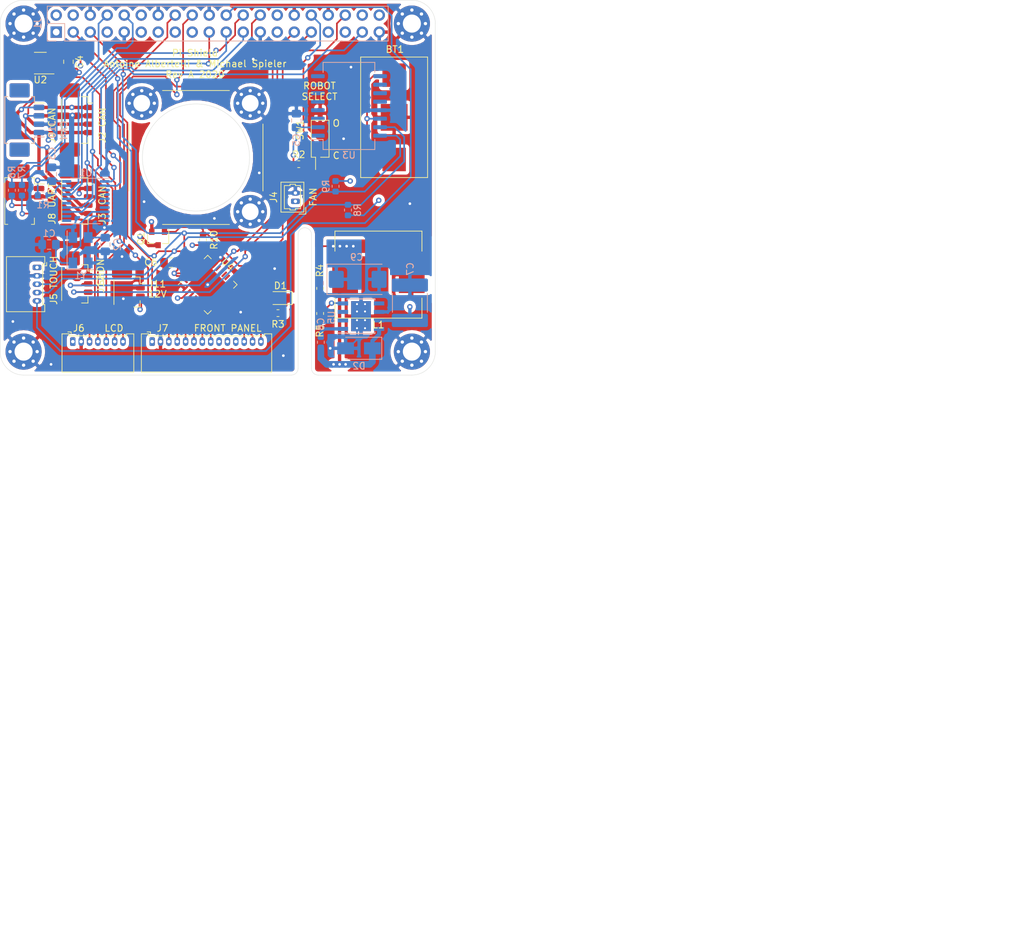
<source format=kicad_pcb>
(kicad_pcb (version 20171130) (host pcbnew 5.1.6)
  (layers (0 F.Cu signal) (1 In1.Cu power) (2 In2.Cu power) (31 B.Cu signal) (34 B.Paste user) (35 F.Paste user) (36 B.SilkS user) (37 F.SilkS user) (38 B.Mask user) (39 F.Mask user) (44 Edge.Cuts user))
  (net 0 "")
  (net 1 GND)
  (net 2 "Net-(C1-Pad1)")
  (net 3 "Net-(C2-Pad1)")
  (net 4 +3V3)
  (net 5 "Net-(D1-Pad1)")
  (net 6 /LED_BOARD)
  (net 7 +5V)
  (net 8 /SDA)
  (net 9 /SCL)
  (net 10 "Net-(J1-Pad7)")
  (net 11 /UART_TX)
  (net 12 /UART_RX)
  (net 13 /BTN_TEAM1)
  (net 14 "Net-(J1-Pad12)")
  (net 15 /BTN_TEAM2)
  (net 16 /BTN_START)
  (net 17 /LCD_RS)
  (net 18 "Net-(J1-Pad17)")
  (net 19 /LCD_RST)
  (net 20 /MOSI)
  (net 21 /MISO)
  (net 22 /TS_INT)
  (net 23 /SCLK)
  (net 24 /CS0)
  (net 25 /CS1)
  (net 26 "Net-(J1-Pad27)")
  (net 27 "Net-(J1-Pad28)")
  (net 28 /SHDN_REQ)
  (net 29 /SHDN_OK)
  (net 30 "Net-(J1-Pad33)")
  (net 31 "Net-(J1-Pad35)")
  (net 32 "Net-(J1-Pad38)")
  (net 33 "Net-(J1-Pad40)")
  (net 34 /LED_READY)
  (net 35 /LED_DEBUG)
  (net 36 /LED_BUS)
  (net 37 /LED_COMM)
  (net 38 /LED_ERROR)
  (net 39 /LED_POWER)
  (net 40 /LED_RGB_R)
  (net 41 /LED_RGB_G)
  (net 42 /LED_RGB_B)
  (net 43 "Net-(J8-Pad1)")
  (net 44 "Net-(R1-Pad2)")
  (net 45 /ROBOT_SELECT)
  (net 46 "Net-(U1-Pad1)")
  (net 47 "Net-(U1-Pad2)")
  (net 48 "Net-(U1-Pad3)")
  (net 49 "Net-(U1-Pad4)")
  (net 50 "Net-(U1-Pad5)")
  (net 51 "Net-(U1-Pad6)")
  (net 52 "Net-(U1-Pad7)")
  (net 53 "Net-(U1-Pad11)")
  (net 54 "Net-(U1-Pad12)")
  (net 55 /CAN_INT)
  (net 56 "Net-(U1-Pad15)")
  (net 57 "Net-(U2-Pad5)")
  (net 58 "Net-(U3-Pad1)")
  (net 59 "Net-(U3-Pad3)")
  (net 60 "Net-(U3-Pad4)")
  (net 61 "Net-(U3-Pad10)")
  (net 62 +BATT)
  (net 63 "Net-(U4-Pad14)")
  (net 64 "Net-(U4-Pad15)")
  (net 65 "Net-(U4-Pad17)")
  (net 66 "Net-(U4-Pad18)")
  (net 67 "Net-(U4-Pad19)")
  (net 68 "Net-(U3-Pad5)")
  (net 69 "Net-(U3-Pad6)")
  (net 70 "Net-(U3-Pad7)")
  (net 71 "Net-(U3-Pad8)")
  (net 72 "Net-(U3-Pad9)")
  (net 73 "Net-(U3-Pad11)")
  (net 74 "Net-(U3-Pad12)")
  (net 75 /CANL)
  (net 76 /CANH)
  (net 77 VBUS)
  (net 78 +12V)
  (net 79 "Net-(C8-Pad1)")
  (net 80 "Net-(C8-Pad2)")
  (net 81 /VBUS_DIS)
  (net 82 "Net-(R4-Pad2)")
  (net 83 "Net-(U5-Pad2)")
  (net 84 "Net-(U5-Pad3)")
  (net 85 "Net-(U5-Pad5)")
  (net 86 "Net-(U4-Pad16)")
  (net 87 "Net-(J1-Pad8)")
  (net 88 "Net-(J1-Pad10)")
  (module pi-shield:3030 (layer F.Cu) (at 95.35 54 270)
    (fp_text reference BT1 (at -10.15 -0.1 180) (layer F.SilkS))
    (fp_text value 3V)
    (pad 1 smd rect (at 6.3 0 270) (size 3.5 3.5) (layers F.Cu F.Paste F.Mask) (net 62 +BATT))
    (pad 1 smd rect (at -6.3 0 270) (size 3.5 3.5) (layers F.Cu F.Paste F.Mask) (net 62 +BATT))
    (pad 2 smd rect (at 0 0 270) (size 4 4) (layers F.Cu F.Mask) (net 1 GND))
  )
  (module pi-shield:DR127 (layer F.Cu) (at 93 77.5)
    (fp_text reference L1 (at 0 7.5) (layer F.SilkS))
    (fp_text value 33uH)
    (pad 2 smd rect (at 4.975 0) (size 3.85 5.5) (layers F.Cu F.Paste F.Mask) (net 7 +5V))
    (pad 1 smd rect (at -4.975 0) (size 3.85 5.5) (layers F.Cu F.Paste F.Mask) (net 79 "Net-(C8-Pad1)"))
  )
  (module Package_TO_SOT_SMD:SOT-23-8_Handsoldering (layer F.Cu) (at 42.5 45.9 180)
    (fp_text reference U2 (at 0 -2.5) (layer F.SilkS))
    (fp_text value MAX3051)
    (pad 1 smd rect (at -1.35 -0.98 180) (size 1.56 0.4) (layers F.Cu F.Paste F.Mask) (net 46 "Net-(U1-Pad1)"))
    (pad 2 smd rect (at -1.35 -0.33 180) (size 1.56 0.4) (layers F.Cu F.Paste F.Mask) (net 1 GND))
    (pad 3 smd rect (at -1.35 0.33 180) (size 1.56 0.4) (layers F.Cu F.Paste F.Mask) (net 4 +3V3))
    (pad 4 smd rect (at -1.35 0.98 180) (size 1.56 0.4) (layers F.Cu F.Paste F.Mask) (net 47 "Net-(U1-Pad2)"))
    (pad 5 smd rect (at 1.35 0.98 180) (size 1.56 0.4) (layers F.Cu F.Paste F.Mask) (net 57 "Net-(U2-Pad5)"))
    (pad 6 smd rect (at 1.35 0.33 180) (size 1.56 0.4) (layers F.Cu F.Paste F.Mask) (net 75 /CANL))
    (pad 7 smd rect (at 1.35 -0.33 180) (size 1.56 0.4) (layers F.Cu F.Paste F.Mask) (net 76 /CANH))
    (pad 8 smd rect (at 1.35 -0.98 180) (size 1.56 0.4) (layers F.Cu F.Paste F.Mask) (net 1 GND))
  )
  (module Package_SO:TSSOP-20_4.4x6.5mm_P0.65mm (layer B.Cu) (at 49.25 66.5 180)
    (fp_text reference U1 (at 0 4.2) (layer B.SilkS) (effects (justify mirror)))
    (fp_text value MCP2515-xST)
    (pad 1 smd roundrect (at -2.8625 2.925 180) (size 1.475 0.4) (layers B.Cu B.Paste B.Mask) (net 46 "Net-(U1-Pad1)"))
    (pad 2 smd roundrect (at -2.8625 2.275 180) (size 1.475 0.4) (layers B.Cu B.Paste B.Mask) (net 47 "Net-(U1-Pad2)"))
    (pad 3 smd roundrect (at -2.8625 1.625 180) (size 1.475 0.4) (layers B.Cu B.Paste B.Mask) (net 48 "Net-(U1-Pad3)"))
    (pad 4 smd roundrect (at -2.8625 0.975 180) (size 1.475 0.4) (layers B.Cu B.Paste B.Mask) (net 49 "Net-(U1-Pad4)"))
    (pad 5 smd roundrect (at -2.8625 0.325 180) (size 1.475 0.4) (layers B.Cu B.Paste B.Mask) (net 50 "Net-(U1-Pad5)"))
    (pad 6 smd roundrect (at -2.8625 -0.325 180) (size 1.475 0.4) (layers B.Cu B.Paste B.Mask) (net 51 "Net-(U1-Pad6)"))
    (pad 7 smd roundrect (at -2.8625 -0.975 180) (size 1.475 0.4) (layers B.Cu B.Paste B.Mask) (net 52 "Net-(U1-Pad7)"))
    (pad 8 smd roundrect (at -2.8625 -1.625 180) (size 1.475 0.4) (layers B.Cu B.Paste B.Mask) (net 2 "Net-(C1-Pad1)"))
    (pad 9 smd roundrect (at -2.8625 -2.275 180) (size 1.475 0.4) (layers B.Cu B.Paste B.Mask) (net 3 "Net-(C2-Pad1)"))
    (pad 10 smd roundrect (at -2.8625 -2.925 180) (size 1.475 0.4) (layers B.Cu B.Paste B.Mask) (net 1 GND))
    (pad 11 smd roundrect (at 2.8625 -2.925 180) (size 1.475 0.4) (layers B.Cu B.Paste B.Mask) (net 53 "Net-(U1-Pad11)"))
    (pad 12 smd roundrect (at 2.8625 -2.275 180) (size 1.475 0.4) (layers B.Cu B.Paste B.Mask) (net 54 "Net-(U1-Pad12)"))
    (pad 13 smd roundrect (at 2.8625 -1.625 180) (size 1.475 0.4) (layers B.Cu B.Paste B.Mask) (net 55 /CAN_INT))
    (pad 14 smd roundrect (at 2.8625 -0.975 180) (size 1.475 0.4) (layers B.Cu B.Paste B.Mask) (net 23 /SCLK))
    (pad 15 smd roundrect (at 2.8625 -0.325 180) (size 1.475 0.4) (layers B.Cu B.Paste B.Mask) (net 56 "Net-(U1-Pad15)"))
    (pad 16 smd roundrect (at 2.8625 0.325 180) (size 1.475 0.4) (layers B.Cu B.Paste B.Mask) (net 20 /MOSI))
    (pad 17 smd roundrect (at 2.8625 0.975 180) (size 1.475 0.4) (layers B.Cu B.Paste B.Mask) (net 21 /MISO))
    (pad 18 smd roundrect (at 2.8625 1.625 180) (size 1.475 0.4) (layers B.Cu B.Paste B.Mask) (net 24 /CS0))
    (pad 19 smd roundrect (at 2.8625 2.275 180) (size 1.475 0.4) (layers B.Cu B.Paste B.Mask) (net 44 "Net-(R1-Pad2)"))
    (pad 20 smd roundrect (at 2.8625 2.925 180) (size 1.475 0.4) (layers B.Cu B.Paste B.Mask) (net 4 +3V3))
  )
  (module Capacitor_SMD:C_0805_2012Metric_Pad1.15x1.40mm_HandSolder (layer B.Cu) (at 43.8 73 180)
    (fp_text reference C1 (at 0 1.65 180) (layer B.SilkS) (effects (justify mirror)))
    (fp_text value 15p)
    (pad 2 smd roundrect (at 1.025 0 180) (size 1.15 1.4) (layers B.Cu B.Paste B.Mask) (roundrect_rratio 0.217391) (net 1 GND))
    (pad 1 smd roundrect (at -1.025 0 180) (size 1.15 1.4) (layers B.Cu B.Paste B.Mask) (roundrect_rratio 0.217391) (net 2 "Net-(C1-Pad1)"))
  )
  (module Capacitor_SMD:C_0805_2012Metric_Pad1.15x1.40mm_HandSolder (layer B.Cu) (at 52.2 73 270)
    (fp_text reference C2 (at 0 -1.8 270) (layer B.SilkS) (effects (justify mirror)))
    (fp_text value 15p)
    (pad 1 smd roundrect (at -1.025 0 270) (size 1.15 1.4) (layers B.Cu B.Paste B.Mask) (roundrect_rratio 0.217391) (net 3 "Net-(C2-Pad1)"))
    (pad 2 smd roundrect (at 1.025 0 270) (size 1.15 1.4) (layers B.Cu B.Paste B.Mask) (roundrect_rratio 0.217391) (net 1 GND))
  )
  (module Capacitor_SMD:C_0805_2012Metric_Pad1.15x1.40mm_HandSolder (layer B.Cu) (at 44.2 62.5 90)
    (fp_text reference C3 (at 3.1 0.05 270) (layer B.SilkS) (effects (justify mirror)))
    (fp_text value 100n)
    (pad 2 smd roundrect (at 1.025 0 90) (size 1.15 1.4) (layers B.Cu B.Paste B.Mask) (roundrect_rratio 0.217391) (net 1 GND))
    (pad 1 smd roundrect (at -1.025 0 90) (size 1.15 1.4) (layers B.Cu B.Paste B.Mask) (roundrect_rratio 0.217391) (net 4 +3V3))
  )
  (module Capacitor_SMD:C_0805_2012Metric_Pad1.15x1.40mm_HandSolder (layer F.Cu) (at 46.7 45.7 270)
    (fp_text reference C4 (at 0 -1.65 90) (layer F.SilkS))
    (fp_text value 100n)
    (pad 1 smd roundrect (at -1.025 0 270) (size 1.15 1.4) (layers F.Cu F.Paste F.Mask) (roundrect_rratio 0.217391) (net 4 +3V3))
    (pad 2 smd roundrect (at 1.025 0 270) (size 1.15 1.4) (layers F.Cu F.Paste F.Mask) (roundrect_rratio 0.217391) (net 1 GND))
  )
  (module Capacitor_SMD:C_0805_2012Metric_Pad1.15x1.40mm_HandSolder (layer B.Cu) (at 80.75 54.475 90)
    (fp_text reference C5 (at -2.925 0 270) (layer B.SilkS) (effects (justify mirror)))
    (fp_text value 100n)
    (pad 1 smd roundrect (at -1.025 0 90) (size 1.15 1.4) (layers B.Cu B.Paste B.Mask) (roundrect_rratio 0.217391) (net 4 +3V3))
    (pad 2 smd roundrect (at 1.025 0 90) (size 1.15 1.4) (layers B.Cu B.Paste B.Mask) (roundrect_rratio 0.217391) (net 1 GND))
  )
  (module Capacitor_SMD:C_0805_2012Metric_Pad1.15x1.40mm_HandSolder (layer F.Cu) (at 62 75.7 180)
    (fp_text reference C6 (at 3 0.05) (layer F.SilkS))
    (fp_text value 100n)
    (pad 2 smd roundrect (at 1.025 0 180) (size 1.15 1.4) (layers F.Cu F.Paste F.Mask) (roundrect_rratio 0.217391) (net 1 GND))
    (pad 1 smd roundrect (at -1.025 0 180) (size 1.15 1.4) (layers F.Cu F.Paste F.Mask) (roundrect_rratio 0.217391) (net 4 +3V3))
  )
  (module LED_SMD:LED_0805_2012Metric_Pad1.15x1.40mm_HandSolder (layer F.Cu) (at 78.25 81 180)
    (fp_text reference D1 (at -0.125 1.85) (layer F.SilkS))
    (fp_text value SML-LXT0805IW-TR)
    (pad 1 smd roundrect (at -1.025 0 180) (size 1.15 1.4) (layers F.Cu F.Paste F.Mask) (roundrect_rratio 0.217391) (net 5 "Net-(D1-Pad1)"))
    (pad 2 smd roundrect (at 1.025 0 180) (size 1.15 1.4) (layers F.Cu F.Paste F.Mask) (roundrect_rratio 0.217391) (net 6 /LED_BOARD))
  )
  (module MountingHole:MountingHole_2.5mm_Pad_Via (layer F.Cu) (at 73.85 51.9)
    (fp_text reference H1 hide)
    (fp_text value M2)
    (pad 1 thru_hole circle (at 1.325825 -1.325825) (size 0.8 0.8) (drill 0.5) (layers *.Cu *.Mask) (net 1 GND))
    (pad 1 thru_hole circle (at 0 -1.875) (size 0.8 0.8) (drill 0.5) (layers *.Cu *.Mask) (net 1 GND))
    (pad 1 thru_hole circle (at -1.325825 -1.325825) (size 0.8 0.8) (drill 0.5) (layers *.Cu *.Mask) (net 1 GND))
    (pad 1 thru_hole circle (at -1.875 0) (size 0.8 0.8) (drill 0.5) (layers *.Cu *.Mask) (net 1 GND))
    (pad 1 thru_hole circle (at -1.325825 1.325825) (size 0.8 0.8) (drill 0.5) (layers *.Cu *.Mask) (net 1 GND))
    (pad 1 thru_hole circle (at 0 1.875) (size 0.8 0.8) (drill 0.5) (layers *.Cu *.Mask) (net 1 GND))
    (pad 1 thru_hole circle (at 1.325825 1.325825) (size 0.8 0.8) (drill 0.5) (layers *.Cu *.Mask) (net 1 GND))
    (pad 1 thru_hole circle (at 1.875 0) (size 0.8 0.8) (drill 0.5) (layers *.Cu *.Mask) (net 1 GND))
    (pad 1 thru_hole circle (at 0 0) (size 5 5) (drill 2.5) (layers *.Cu *.Mask) (net 1 GND))
  )
  (module MountingHole:MountingHole_2.5mm_Pad_Via (layer F.Cu) (at 73.85 68.1)
    (fp_text reference H2 hide)
    (fp_text value M2)
    (pad 1 thru_hole circle (at 0 0) (size 5 5) (drill 2.5) (layers *.Cu *.Mask) (net 1 GND))
    (pad 1 thru_hole circle (at 1.875 0) (size 0.8 0.8) (drill 0.5) (layers *.Cu *.Mask) (net 1 GND))
    (pad 1 thru_hole circle (at 1.325825 1.325825) (size 0.8 0.8) (drill 0.5) (layers *.Cu *.Mask) (net 1 GND))
    (pad 1 thru_hole circle (at 0 1.875) (size 0.8 0.8) (drill 0.5) (layers *.Cu *.Mask) (net 1 GND))
    (pad 1 thru_hole circle (at -1.325825 1.325825) (size 0.8 0.8) (drill 0.5) (layers *.Cu *.Mask) (net 1 GND))
    (pad 1 thru_hole circle (at -1.875 0) (size 0.8 0.8) (drill 0.5) (layers *.Cu *.Mask) (net 1 GND))
    (pad 1 thru_hole circle (at -1.325825 -1.325825) (size 0.8 0.8) (drill 0.5) (layers *.Cu *.Mask) (net 1 GND))
    (pad 1 thru_hole circle (at 0 -1.875) (size 0.8 0.8) (drill 0.5) (layers *.Cu *.Mask) (net 1 GND))
    (pad 1 thru_hole circle (at 1.325825 -1.325825) (size 0.8 0.8) (drill 0.5) (layers *.Cu *.Mask) (net 1 GND))
  )
  (module MountingHole:MountingHole_2.5mm_Pad_Via (layer F.Cu) (at 57.65 51.9)
    (fp_text reference H3 hide)
    (fp_text value M2)
    (pad 1 thru_hole circle (at 0 0) (size 5 5) (drill 2.5) (layers *.Cu *.Mask) (net 1 GND))
    (pad 1 thru_hole circle (at 1.875 0) (size 0.8 0.8) (drill 0.5) (layers *.Cu *.Mask) (net 1 GND))
    (pad 1 thru_hole circle (at 1.325825 1.325825) (size 0.8 0.8) (drill 0.5) (layers *.Cu *.Mask) (net 1 GND))
    (pad 1 thru_hole circle (at 0 1.875) (size 0.8 0.8) (drill 0.5) (layers *.Cu *.Mask) (net 1 GND))
    (pad 1 thru_hole circle (at -1.325825 1.325825) (size 0.8 0.8) (drill 0.5) (layers *.Cu *.Mask) (net 1 GND))
    (pad 1 thru_hole circle (at -1.875 0) (size 0.8 0.8) (drill 0.5) (layers *.Cu *.Mask) (net 1 GND))
    (pad 1 thru_hole circle (at -1.325825 -1.325825) (size 0.8 0.8) (drill 0.5) (layers *.Cu *.Mask) (net 1 GND))
    (pad 1 thru_hole circle (at 0 -1.875) (size 0.8 0.8) (drill 0.5) (layers *.Cu *.Mask) (net 1 GND))
    (pad 1 thru_hole circle (at 1.325825 -1.325825) (size 0.8 0.8) (drill 0.5) (layers *.Cu *.Mask) (net 1 GND))
  )
  (module MountingHole:MountingHole_2.7mm_M2.5_Pad_Via (layer F.Cu) (at 40 89)
    (fp_text reference H5 hide)
    (fp_text value M2.5 hide)
    (pad 1 thru_hole circle (at 1.431891 -1.431891) (size 0.8 0.8) (drill 0.5) (layers *.Cu *.Mask) (net 1 GND))
    (pad 1 thru_hole circle (at 0 -2.025) (size 0.8 0.8) (drill 0.5) (layers *.Cu *.Mask) (net 1 GND))
    (pad 1 thru_hole circle (at -1.431891 -1.431891) (size 0.8 0.8) (drill 0.5) (layers *.Cu *.Mask) (net 1 GND))
    (pad 1 thru_hole circle (at -2.025 0) (size 0.8 0.8) (drill 0.5) (layers *.Cu *.Mask) (net 1 GND))
    (pad 1 thru_hole circle (at -1.431891 1.431891) (size 0.8 0.8) (drill 0.5) (layers *.Cu *.Mask) (net 1 GND))
    (pad 1 thru_hole circle (at 0 2.025) (size 0.8 0.8) (drill 0.5) (layers *.Cu *.Mask) (net 1 GND))
    (pad 1 thru_hole circle (at 1.431891 1.431891) (size 0.8 0.8) (drill 0.5) (layers *.Cu *.Mask) (net 1 GND))
    (pad 1 thru_hole circle (at 2.025 0) (size 0.8 0.8) (drill 0.5) (layers *.Cu *.Mask) (net 1 GND))
    (pad 1 thru_hole circle (at 0 0) (size 5.4 5.4) (drill 2.7) (layers *.Cu *.Mask) (net 1 GND))
  )
  (module MountingHole:MountingHole_2.7mm_M2.5_Pad_Via (layer F.Cu) (at 98 40)
    (fp_text reference H6 hide)
    (fp_text value M2.5 hide)
    (pad 1 thru_hole circle (at 0 0) (size 5.4 5.4) (drill 2.7) (layers *.Cu *.Mask) (net 1 GND))
    (pad 1 thru_hole circle (at 2.025 0) (size 0.8 0.8) (drill 0.5) (layers *.Cu *.Mask) (net 1 GND))
    (pad 1 thru_hole circle (at 1.431891 1.431891) (size 0.8 0.8) (drill 0.5) (layers *.Cu *.Mask) (net 1 GND))
    (pad 1 thru_hole circle (at 0 2.025) (size 0.8 0.8) (drill 0.5) (layers *.Cu *.Mask) (net 1 GND))
    (pad 1 thru_hole circle (at -1.431891 1.431891) (size 0.8 0.8) (drill 0.5) (layers *.Cu *.Mask) (net 1 GND))
    (pad 1 thru_hole circle (at -2.025 0) (size 0.8 0.8) (drill 0.5) (layers *.Cu *.Mask) (net 1 GND))
    (pad 1 thru_hole circle (at -1.431891 -1.431891) (size 0.8 0.8) (drill 0.5) (layers *.Cu *.Mask) (net 1 GND))
    (pad 1 thru_hole circle (at 0 -2.025) (size 0.8 0.8) (drill 0.5) (layers *.Cu *.Mask) (net 1 GND))
    (pad 1 thru_hole circle (at 1.431891 -1.431891) (size 0.8 0.8) (drill 0.5) (layers *.Cu *.Mask) (net 1 GND))
  )
  (module MountingHole:MountingHole_2.7mm_M2.5_Pad_Via (layer F.Cu) (at 98 89)
    (fp_text reference H7 hide)
    (fp_text value M2.5)
    (pad 1 thru_hole circle (at 1.431891 -1.431891) (size 0.8 0.8) (drill 0.5) (layers *.Cu *.Mask) (net 1 GND))
    (pad 1 thru_hole circle (at 0 -2.025) (size 0.8 0.8) (drill 0.5) (layers *.Cu *.Mask) (net 1 GND))
    (pad 1 thru_hole circle (at -1.431891 -1.431891) (size 0.8 0.8) (drill 0.5) (layers *.Cu *.Mask) (net 1 GND))
    (pad 1 thru_hole circle (at -2.025 0) (size 0.8 0.8) (drill 0.5) (layers *.Cu *.Mask) (net 1 GND))
    (pad 1 thru_hole circle (at -1.431891 1.431891) (size 0.8 0.8) (drill 0.5) (layers *.Cu *.Mask) (net 1 GND))
    (pad 1 thru_hole circle (at 0 2.025) (size 0.8 0.8) (drill 0.5) (layers *.Cu *.Mask) (net 1 GND))
    (pad 1 thru_hole circle (at 1.431891 1.431891) (size 0.8 0.8) (drill 0.5) (layers *.Cu *.Mask) (net 1 GND))
    (pad 1 thru_hole circle (at 2.025 0) (size 0.8 0.8) (drill 0.5) (layers *.Cu *.Mask) (net 1 GND))
    (pad 1 thru_hole circle (at 0 0) (size 5.4 5.4) (drill 2.7) (layers *.Cu *.Mask) (net 1 GND))
  )
  (module MountingHole:MountingHole_2.7mm_M2.5_Pad_Via (layer F.Cu) (at 40 40)
    (fp_text reference H8 hide)
    (fp_text value M2.5 hide)
    (pad 1 thru_hole circle (at 0 0) (size 5.4 5.4) (drill 2.7) (layers *.Cu *.Mask) (net 1 GND))
    (pad 1 thru_hole circle (at 2.025 0) (size 0.8 0.8) (drill 0.5) (layers *.Cu *.Mask) (net 1 GND))
    (pad 1 thru_hole circle (at 1.431891 1.431891) (size 0.8 0.8) (drill 0.5) (layers *.Cu *.Mask) (net 1 GND))
    (pad 1 thru_hole circle (at 0 2.025) (size 0.8 0.8) (drill 0.5) (layers *.Cu *.Mask) (net 1 GND))
    (pad 1 thru_hole circle (at -1.431891 1.431891) (size 0.8 0.8) (drill 0.5) (layers *.Cu *.Mask) (net 1 GND))
    (pad 1 thru_hole circle (at -2.025 0) (size 0.8 0.8) (drill 0.5) (layers *.Cu *.Mask) (net 1 GND))
    (pad 1 thru_hole circle (at -1.431891 -1.431891) (size 0.8 0.8) (drill 0.5) (layers *.Cu *.Mask) (net 1 GND))
    (pad 1 thru_hole circle (at 0 -2.025) (size 0.8 0.8) (drill 0.5) (layers *.Cu *.Mask) (net 1 GND))
    (pad 1 thru_hole circle (at 1.431891 -1.431891) (size 0.8 0.8) (drill 0.5) (layers *.Cu *.Mask) (net 1 GND))
  )
  (module Connector_PinSocket_2.54mm:PinSocket_2x20_P2.54mm_Vertical (layer B.Cu) (at 44.87 41.27 270)
    (fp_text reference J1 (at -1.27 2.77 270) (layer B.SilkS) (effects (justify mirror)))
    (fp_text value Conn_02x20_Odd_Even)
    (pad 1 thru_hole rect (at 0 0 270) (size 1.7 1.7) (drill 1) (layers *.Cu *.Mask) (net 4 +3V3))
    (pad 2 thru_hole oval (at -2.54 0 270) (size 1.7 1.7) (drill 1) (layers *.Cu *.Mask) (net 7 +5V))
    (pad 3 thru_hole oval (at 0 -2.54 270) (size 1.7 1.7) (drill 1) (layers *.Cu *.Mask) (net 8 /SDA))
    (pad 4 thru_hole oval (at -2.54 -2.54 270) (size 1.7 1.7) (drill 1) (layers *.Cu *.Mask) (net 7 +5V))
    (pad 5 thru_hole oval (at 0 -5.08 270) (size 1.7 1.7) (drill 1) (layers *.Cu *.Mask) (net 9 /SCL))
    (pad 6 thru_hole oval (at -2.54 -5.08 270) (size 1.7 1.7) (drill 1) (layers *.Cu *.Mask) (net 1 GND))
    (pad 7 thru_hole oval (at 0 -7.62 270) (size 1.7 1.7) (drill 1) (layers *.Cu *.Mask) (net 10 "Net-(J1-Pad7)"))
    (pad 8 thru_hole oval (at -2.54 -7.62 270) (size 1.7 1.7) (drill 1) (layers *.Cu *.Mask) (net 87 "Net-(J1-Pad8)"))
    (pad 9 thru_hole oval (at 0 -10.16 270) (size 1.7 1.7) (drill 1) (layers *.Cu *.Mask) (net 1 GND))
    (pad 10 thru_hole oval (at -2.54 -10.16 270) (size 1.7 1.7) (drill 1) (layers *.Cu *.Mask) (net 88 "Net-(J1-Pad10)"))
    (pad 11 thru_hole oval (at 0 -12.7 270) (size 1.7 1.7) (drill 1) (layers *.Cu *.Mask) (net 16 /BTN_START))
    (pad 12 thru_hole oval (at -2.54 -12.7 270) (size 1.7 1.7) (drill 1) (layers *.Cu *.Mask) (net 14 "Net-(J1-Pad12)"))
    (pad 13 thru_hole oval (at 0 -15.24 270) (size 1.7 1.7) (drill 1) (layers *.Cu *.Mask) (net 15 /BTN_TEAM2))
    (pad 14 thru_hole oval (at -2.54 -15.24 270) (size 1.7 1.7) (drill 1) (layers *.Cu *.Mask) (net 1 GND))
    (pad 15 thru_hole oval (at 0 -17.78 270) (size 1.7 1.7) (drill 1) (layers *.Cu *.Mask) (net 13 /BTN_TEAM1))
    (pad 16 thru_hole oval (at -2.54 -17.78 270) (size 1.7 1.7) (drill 1) (layers *.Cu *.Mask) (net 17 /LCD_RS))
    (pad 17 thru_hole oval (at 0 -20.32 270) (size 1.7 1.7) (drill 1) (layers *.Cu *.Mask) (net 18 "Net-(J1-Pad17)"))
    (pad 18 thru_hole oval (at -2.54 -20.32 270) (size 1.7 1.7) (drill 1) (layers *.Cu *.Mask) (net 19 /LCD_RST))
    (pad 19 thru_hole oval (at 0 -22.86 270) (size 1.7 1.7) (drill 1) (layers *.Cu *.Mask) (net 20 /MOSI))
    (pad 20 thru_hole oval (at -2.54 -22.86 270) (size 1.7 1.7) (drill 1) (layers *.Cu *.Mask) (net 1 GND))
    (pad 21 thru_hole oval (at 0 -25.4 270) (size 1.7 1.7) (drill 1) (layers *.Cu *.Mask) (net 21 /MISO))
    (pad 22 thru_hole oval (at -2.54 -25.4 270) (size 1.7 1.7) (drill 1) (layers *.Cu *.Mask) (net 22 /TS_INT))
    (pad 23 thru_hole oval (at 0 -27.94 270) (size 1.7 1.7) (drill 1) (layers *.Cu *.Mask) (net 23 /SCLK))
    (pad 24 thru_hole oval (at -2.54 -27.94 270) (size 1.7 1.7) (drill 1) (layers *.Cu *.Mask) (net 24 /CS0))
    (pad 25 thru_hole oval (at 0 -30.48 270) (size 1.7 1.7) (drill 1) (layers *.Cu *.Mask) (net 1 GND))
    (pad 26 thru_hole oval (at -2.54 -30.48 270) (size 1.7 1.7) (drill 1) (layers *.Cu *.Mask) (net 25 /CS1))
    (pad 27 thru_hole oval (at 0 -33.02 270) (size 1.7 1.7) (drill 1) (layers *.Cu *.Mask) (net 26 "Net-(J1-Pad27)"))
    (pad 28 thru_hole oval (at -2.54 -33.02 270) (size 1.7 1.7) (drill 1) (layers *.Cu *.Mask) (net 27 "Net-(J1-Pad28)"))
    (pad 29 thru_hole oval (at 0 -35.56 270) (size 1.7 1.7) (drill 1) (layers *.Cu *.Mask) (net 28 /SHDN_REQ))
    (pad 30 thru_hole oval (at -2.54 -35.56 270) (size 1.7 1.7) (drill 1) (layers *.Cu *.Mask) (net 1 GND))
    (pad 31 thru_hole oval (at 0 -38.1 270) (size 1.7 1.7) (drill 1) (layers *.Cu *.Mask) (net 29 /SHDN_OK))
    (pad 32 thru_hole oval (at -2.54 -38.1 270) (size 1.7 1.7) (drill 1) (layers *.Cu *.Mask) (net 45 /ROBOT_SELECT))
    (pad 33 thru_hole oval (at 0 -40.64 270) (size 1.7 1.7) (drill 1) (layers *.Cu *.Mask) (net 30 "Net-(J1-Pad33)"))
    (pad 34 thru_hole oval (at -2.54 -40.64 270) (size 1.7 1.7) (drill 1) (layers *.Cu *.Mask) (net 1 GND))
    (pad 35 thru_hole oval (at 0 -43.18 270) (size 1.7 1.7) (drill 1) (layers *.Cu *.Mask) (net 31 "Net-(J1-Pad35)"))
    (pad 36 thru_hole oval (at -2.54 -43.18 270) (size 1.7 1.7) (drill 1) (layers *.Cu *.Mask) (net 81 /VBUS_DIS))
    (pad 37 thru_hole oval (at 0 -45.72 270) (size 1.7 1.7) (drill 1) (layers *.Cu *.Mask) (net 55 /CAN_INT))
    (pad 38 thru_hole oval (at -2.54 -45.72 270) (size 1.7 1.7) (drill 1) (layers *.Cu *.Mask) (net 32 "Net-(J1-Pad38)"))
    (pad 39 thru_hole oval (at 0 -48.26 270) (size 1.7 1.7) (drill 1) (layers *.Cu *.Mask) (net 1 GND))
    (pad 40 thru_hole oval (at -2.54 -48.26 270) (size 1.7 1.7) (drill 1) (layers *.Cu *.Mask) (net 33 "Net-(J1-Pad40)"))
  )
  (module Connector_Molex:Molex_PicoBlade_53047-0210_1x02_P1.25mm_Vertical (layer F.Cu) (at 80.6 66.55 90)
    (fp_text reference J4 (at 0.62 -3.25 90) (layer F.SilkS))
    (fp_text value 0530470210)
    (pad 1 thru_hole roundrect (at 0 0 90) (size 0.8 1.3) (drill 0.5) (layers *.Cu *.Mask) (net 7 +5V))
    (pad 2 thru_hole oval (at 1.25 0 90) (size 0.8 1.3) (drill 0.5) (layers *.Cu *.Mask) (net 1 GND))
  )
  (module Package_SO:SOIC-16W_7.5x12.8mm_P1.27mm (layer B.Cu) (at 88.6 52.3)
    (fp_text reference U3 (at 0 7.35) (layer B.SilkS) (effects (justify mirror)))
    (fp_text value DS3231)
    (pad 1 smd roundrect (at -4.65 4.445) (size 2.05 0.6) (layers B.Cu B.Paste B.Mask) (net 58 "Net-(U3-Pad1)"))
    (pad 2 smd roundrect (at -4.65 3.175) (size 2.05 0.6) (layers B.Cu B.Paste B.Mask) (net 4 +3V3))
    (pad 3 smd roundrect (at -4.65 1.905) (size 2.05 0.6) (layers B.Cu B.Paste B.Mask) (net 59 "Net-(U3-Pad3)"))
    (pad 4 smd roundrect (at -4.65 0.635) (size 2.05 0.6) (layers B.Cu B.Paste B.Mask) (net 60 "Net-(U3-Pad4)"))
    (pad 5 smd roundrect (at -4.65 -0.635) (size 2.05 0.6) (layers B.Cu B.Paste B.Mask) (net 68 "Net-(U3-Pad5)"))
    (pad 6 smd roundrect (at -4.65 -1.905) (size 2.05 0.6) (layers B.Cu B.Paste B.Mask) (net 69 "Net-(U3-Pad6)"))
    (pad 7 smd roundrect (at -4.65 -3.175) (size 2.05 0.6) (layers B.Cu B.Paste B.Mask) (net 70 "Net-(U3-Pad7)"))
    (pad 8 smd roundrect (at -4.65 -4.445) (size 2.05 0.6) (layers B.Cu B.Paste B.Mask) (net 71 "Net-(U3-Pad8)"))
    (pad 9 smd roundrect (at 4.65 -4.445) (size 2.05 0.6) (layers B.Cu B.Paste B.Mask) (net 72 "Net-(U3-Pad9)"))
    (pad 10 smd roundrect (at 4.65 -3.175) (size 2.05 0.6) (layers B.Cu B.Paste B.Mask) (net 61 "Net-(U3-Pad10)"))
    (pad 11 smd roundrect (at 4.65 -1.905) (size 2.05 0.6) (layers B.Cu B.Paste B.Mask) (net 73 "Net-(U3-Pad11)"))
    (pad 12 smd roundrect (at 4.65 -0.635) (size 2.05 0.6) (layers B.Cu B.Paste B.Mask) (net 74 "Net-(U3-Pad12)"))
    (pad 13 smd roundrect (at 4.65 0.635) (size 2.05 0.6) (layers B.Cu B.Paste B.Mask) (net 1 GND))
    (pad 14 smd roundrect (at 4.65 1.905) (size 2.05 0.6) (layers B.Cu B.Paste B.Mask) (net 62 +BATT))
    (pad 15 smd roundrect (at 4.65 3.175) (size 2.05 0.6) (layers B.Cu B.Paste B.Mask) (net 8 /SDA))
    (pad 16 smd roundrect (at 4.65 4.445) (size 2.05 0.6) (layers B.Cu B.Paste B.Mask) (net 9 /SCL))
  )
  (module Package_DFN_QFN:QFN-28-1EP_6x6mm_P0.65mm_EP4.25x4.25mm (layer F.Cu) (at 67.5 79 45)
    (fp_text reference U4 (at 4.27132 -0.02868 135) (layer F.SilkS))
    (fp_text value PCA9685BS)
    (pad 1 smd roundrect (at -2.8375 -1.95 45) (size 1.025 0.3) (layers F.Cu F.Paste F.Mask) (net 1 GND))
    (pad 2 smd roundrect (at -2.8375 -1.3 45) (size 1.025 0.3) (layers F.Cu F.Paste F.Mask) (net 4 +3V3))
    (pad 3 smd roundrect (at -2.8375 -0.65 45) (size 1.025 0.3) (layers F.Cu F.Paste F.Mask) (net 34 /LED_READY))
    (pad 4 smd roundrect (at -2.8375 0 45) (size 1.025 0.3) (layers F.Cu F.Paste F.Mask) (net 35 /LED_DEBUG))
    (pad 5 smd roundrect (at -2.8375 0.65 45) (size 1.025 0.3) (layers F.Cu F.Paste F.Mask) (net 36 /LED_BUS))
    (pad 6 smd roundrect (at -2.8375 1.3 45) (size 1.025 0.3) (layers F.Cu F.Paste F.Mask) (net 37 /LED_COMM))
    (pad 7 smd roundrect (at -2.8375 1.95 45) (size 1.025 0.3) (layers F.Cu F.Paste F.Mask) (net 38 /LED_ERROR))
    (pad 8 smd roundrect (at -1.95 2.8375 45) (size 0.3 1.025) (layers F.Cu F.Paste F.Mask) (net 39 /LED_POWER))
    (pad 9 smd roundrect (at -1.3 2.8375 45) (size 0.3 1.025) (layers F.Cu F.Paste F.Mask) (net 40 /LED_RGB_R))
    (pad 10 smd roundrect (at -0.65 2.8375 45) (size 0.3 1.025) (layers F.Cu F.Paste F.Mask) (net 41 /LED_RGB_G))
    (pad 11 smd roundrect (at 0 2.8375 45) (size 0.3 1.025) (layers F.Cu F.Paste F.Mask) (net 1 GND))
    (pad 12 smd roundrect (at 0.65 2.8375 45) (size 0.3 1.025) (layers F.Cu F.Paste F.Mask) (net 42 /LED_RGB_B))
    (pad 13 smd roundrect (at 1.3 2.8375 45) (size 0.3 1.025) (layers F.Cu F.Paste F.Mask) (net 6 /LED_BOARD))
    (pad 14 smd roundrect (at 1.95 2.8375 45) (size 0.3 1.025) (layers F.Cu F.Paste F.Mask) (net 63 "Net-(U4-Pad14)"))
    (pad 15 smd roundrect (at 2.8375 1.95 45) (size 1.025 0.3) (layers F.Cu F.Paste F.Mask) (net 64 "Net-(U4-Pad15)"))
    (pad 16 smd roundrect (at 2.8375 1.3 45) (size 1.025 0.3) (layers F.Cu F.Paste F.Mask) (net 86 "Net-(U4-Pad16)"))
    (pad 17 smd roundrect (at 2.8375 0.65 45) (size 1.025 0.3) (layers F.Cu F.Paste F.Mask) (net 65 "Net-(U4-Pad17)"))
    (pad 18 smd roundrect (at 2.8375 0 45) (size 1.025 0.3) (layers F.Cu F.Paste F.Mask) (net 66 "Net-(U4-Pad18)"))
    (pad 19 smd roundrect (at 2.8375 -0.65 45) (size 1.025 0.3) (layers F.Cu F.Paste F.Mask) (net 67 "Net-(U4-Pad19)"))
    (pad 20 smd roundrect (at 2.8375 -1.3 45) (size 1.025 0.3) (layers F.Cu F.Paste F.Mask) (net 1 GND))
    (pad 21 smd roundrect (at 2.8375 -1.95 45) (size 1.025 0.3) (layers F.Cu F.Paste F.Mask) (net 1 GND))
    (pad 22 smd roundrect (at 1.95 -2.8375 45) (size 0.3 1.025) (layers F.Cu F.Paste F.Mask) (net 1 GND))
    (pad 23 smd roundrect (at 1.3 -2.8375 45) (size 0.3 1.025) (layers F.Cu F.Paste F.Mask) (net 9 /SCL))
    (pad 24 smd roundrect (at 0.65 -2.8375 45) (size 0.3 1.025) (layers F.Cu F.Paste F.Mask) (net 8 /SDA))
    (pad 25 smd roundrect (at 0 -2.8375 45) (size 0.3 1.025) (layers F.Cu F.Paste F.Mask) (net 4 +3V3))
    (pad 26 smd roundrect (at -0.65 -2.8375 45) (size 0.3 1.025) (layers F.Cu F.Paste F.Mask) (net 4 +3V3))
    (pad 27 smd roundrect (at -1.3 -2.8375 45) (size 0.3 1.025) (layers F.Cu F.Paste F.Mask) (net 1 GND))
    (pad 28 smd roundrect (at -1.95 -2.8375 45) (size 0.3 1.025) (layers F.Cu F.Paste F.Mask) (net 4 +3V3))
    (pad 29 smd rect (at 0 0 45) (size 4.25 4.25) (layers F.Cu F.Mask) (net 1 GND))
  )
  (module Connector_Molex:Molex_PicoBlade_53048-0510_1x05_P1.25mm_Horizontal (layer F.Cu) (at 42 76.425 270)
    (fp_text reference J5 (at 4.725 -2.5 90) (layer F.SilkS))
    (fp_text value Conn_01x05)
    (pad 1 thru_hole roundrect (at 0 0 270) (size 0.8 1.3) (drill 0.5) (layers *.Cu *.Mask) (net 7 +5V))
    (pad 2 thru_hole oval (at 1.25 0 270) (size 0.8 1.3) (drill 0.5) (layers *.Cu *.Mask) (net 1 GND))
    (pad 3 thru_hole oval (at 2.5 0 270) (size 0.8 1.3) (drill 0.5) (layers *.Cu *.Mask) (net 9 /SCL))
    (pad 4 thru_hole oval (at 3.75 0 270) (size 0.8 1.3) (drill 0.5) (layers *.Cu *.Mask) (net 8 /SDA))
    (pad 5 thru_hole oval (at 5 0 270) (size 0.8 1.3) (drill 0.5) (layers *.Cu *.Mask) (net 22 /TS_INT))
  )
  (module Button_Switch_SMD:SW_DIP_SPSTx01_Slide_Copal_CHS-01B_W7.62mm_P1.27mm (layer F.Cu) (at 84.3 57.2 90)
    (fp_text reference SW1 (at 1.3 -3 90) (layer F.SilkS))
    (fp_text value "DIP SPST 100MA 6V")
    (pad 1 smd rect (at -3.81 0 90) (size 1.6 0.76) (layers F.Cu F.Paste F.Mask) (net 45 /ROBOT_SELECT))
    (pad 2 smd rect (at 3.81 0 90) (size 1.6 0.76) (layers F.Cu F.Paste F.Mask) (net 1 GND))
  )
  (module Capacitor_SMD:C_2220_5650Metric_Pad1.97x5.40mm_HandSolder (layer B.Cu) (at 97.7 81.7 90)
    (fp_text reference C7 (at 5.05 0.05 270) (layer B.SilkS) (effects (justify mirror)))
    (fp_text value 10u)
    (pad 1 smd roundrect (at -2.6375 0 90) (size 1.975 5.4) (layers B.Cu B.Paste B.Mask) (roundrect_rratio 0.126582) (net 78 +12V))
    (pad 2 smd roundrect (at 2.6375 0 90) (size 1.975 5.4) (layers B.Cu B.Paste B.Mask) (roundrect_rratio 0.126582) (net 1 GND))
  )
  (module Capacitor_SMD:C_0603_1608Metric_Pad1.05x0.95mm_HandSolder (layer B.Cu) (at 84.4 87.6 90)
    (fp_text reference C8 (at 2.7 0 90) (layer B.SilkS) (effects (justify mirror)))
    (fp_text value 10n)
    (pad 1 smd roundrect (at -0.875 0 90) (size 1.05 0.95) (layers B.Cu B.Paste B.Mask) (net 79 "Net-(C8-Pad1)"))
    (pad 2 smd roundrect (at 0.875 0 90) (size 1.05 0.95) (layers B.Cu B.Paste B.Mask) (net 80 "Net-(C8-Pad2)"))
  )
  (module Capacitor_Tantalum_SMD:CP_EIA-7343-30_AVX-N_Pad2.25x2.55mm_HandSolder (layer B.Cu) (at 89.9 78.2)
    (fp_text reference C9 (at -0.15 -3.3) (layer B.SilkS) (effects (justify mirror)))
    (fp_text value 330u)
    (pad 1 smd roundrect (at -3.2 0) (size 2.25 2.55) (layers B.Cu B.Paste B.Mask) (roundrect_rratio 0.111111) (net 7 +5V))
    (pad 2 smd roundrect (at 3.2 0) (size 2.25 2.55) (layers B.Cu B.Paste B.Mask) (roundrect_rratio 0.111111) (net 1 GND))
  )
  (module Diode_SMD:D_SMA (layer B.Cu) (at 90.1 88.5 180)
    (fp_text reference D2 (at 0 -2.65) (layer B.SilkS) (effects (justify mirror)))
    (fp_text value B340A)
    (pad 1 smd rect (at -2 0 180) (size 2.5 1.8) (layers B.Cu B.Paste B.Mask) (net 79 "Net-(C8-Pad1)"))
    (pad 2 smd rect (at 2 0 180) (size 2.5 1.8) (layers B.Cu B.Paste B.Mask) (net 1 GND))
  )
  (module Connector_Molex:Molex_PicoBlade_53261-0471_1x04-1MP_P1.25mm_Horizontal (layer F.Cu) (at 39.9 66.5 270)
    (fp_text reference J8 (at 2.65 -4.35 90) (layer F.SilkS))
    (fp_text value Conn_01x04)
    (pad 1 smd roundrect (at -1.875 -2.4 270) (size 0.8 1.6) (layers F.Cu F.Paste F.Mask) (net 43 "Net-(J8-Pad1)"))
    (pad 2 smd roundrect (at -0.625 -2.4 270) (size 0.8 1.6) (layers F.Cu F.Paste F.Mask) (net 1 GND))
    (pad 3 smd roundrect (at 0.625 -2.4 270) (size 0.8 1.6) (layers F.Cu F.Paste F.Mask) (net 11 /UART_TX))
    (pad 4 smd roundrect (at 1.875 -2.4 270) (size 0.8 1.6) (layers F.Cu F.Paste F.Mask) (net 12 /UART_RX))
    (pad MP smd roundrect (at -4.425 0.5 270) (size 2.1 3) (layers F.Cu F.Paste F.Mask) (roundrect_rratio 0.119048))
    (pad MP smd roundrect (at 4.425 0.5 270) (size 2.1 3) (layers F.Cu F.Paste F.Mask) (roundrect_rratio 0.119048))
  )
  (module Connector_Molex:Molex_PicoBlade_53261-0471_1x04-1MP_P1.25mm_Horizontal (layer F.Cu) (at 39.9 54.4 270)
    (fp_text reference J9 (at 2.6 -4.35 90) (layer F.SilkS))
    (fp_text value Conn_01x04)
    (pad MP smd roundrect (at 4.425 0.5 270) (size 2.1 3) (layers F.Cu F.Paste F.Mask) (roundrect_rratio 0.119048))
    (pad MP smd roundrect (at -4.425 0.5 270) (size 2.1 3) (layers F.Cu F.Paste F.Mask) (roundrect_rratio 0.119048))
    (pad 4 smd roundrect (at 1.875 -2.4 270) (size 0.8 1.6) (layers F.Cu F.Paste F.Mask) (net 75 /CANL))
    (pad 3 smd roundrect (at 0.625 -2.4 270) (size 0.8 1.6) (layers F.Cu F.Paste F.Mask) (net 76 /CANH))
    (pad 2 smd roundrect (at -0.625 -2.4 270) (size 0.8 1.6) (layers F.Cu F.Paste F.Mask) (net 1 GND))
    (pad 1 smd roundrect (at -1.875 -2.4 270) (size 0.8 1.6) (layers F.Cu F.Paste F.Mask) (net 77 VBUS))
  )
  (module Package_TO_SOT_SMD:SOT-23 (layer F.Cu) (at 60.1 72.1 270)
    (fp_text reference Q1 (at 0 2.55 90) (layer F.SilkS))
    (fp_text value DMP3099L)
    (pad 1 smd rect (at -1 -0.95 270) (size 0.9 0.8) (layers F.Cu F.Paste F.Mask) (net 81 /VBUS_DIS))
    (pad 2 smd rect (at -1 0.95 270) (size 0.9 0.8) (layers F.Cu F.Paste F.Mask) (net 7 +5V))
    (pad 3 smd rect (at 1 0 270) (size 0.9 0.8) (layers F.Cu F.Paste F.Mask) (net 77 VBUS))
  )
  (module Package_SO:TI_SO-PowerPAD-8_ThermalVias (layer B.Cu) (at 90.4 83.7)
    (fp_text reference U5 (at -4.4 0.2 90) (layer B.SilkS) (effects (justify mirror)))
    (fp_text value TPS5430DDA)
    (pad 9 smd rect (at 0 0) (size 2.6 3.1) (layers B.Cu B.Paste B.Mask) (net 1 GND))
    (pad 9 smd rect (at 0 0) (size 2.95 4.5) (layers B.Cu) (net 1 GND))
    (pad 1 smd rect (at -2.7 1.905) (size 1.55 0.6) (layers B.Cu B.Paste B.Mask) (net 80 "Net-(C8-Pad2)"))
    (pad 2 smd rect (at -2.7 0.635) (size 1.55 0.6) (layers B.Cu B.Paste B.Mask) (net 83 "Net-(U5-Pad2)"))
    (pad 3 smd rect (at -2.7 -0.635) (size 1.55 0.6) (layers B.Cu B.Paste B.Mask) (net 84 "Net-(U5-Pad3)"))
    (pad 4 smd rect (at -2.7 -1.905) (size 1.55 0.6) (layers B.Cu B.Paste B.Mask) (net 82 "Net-(R4-Pad2)"))
    (pad 5 smd rect (at 2.7 -1.905) (size 1.55 0.6) (layers B.Cu B.Paste B.Mask) (net 85 "Net-(U5-Pad5)"))
    (pad 6 smd rect (at 2.7 -0.635) (size 1.55 0.6) (layers B.Cu B.Paste B.Mask) (net 1 GND))
    (pad 7 smd rect (at 2.7 0.635) (size 1.55 0.6) (layers B.Cu B.Paste B.Mask) (net 78 +12V))
    (pad 8 smd rect (at 2.7 1.905) (size 1.55 0.6) (layers B.Cu B.Paste B.Mask) (net 79 "Net-(C8-Pad1)"))
    (pad 9 smd rect (at 0 0) (size 2.95 4.5) (layers F.Cu) (net 1 GND))
    (pad 9 thru_hole circle (at -0.6 1.8) (size 0.6 0.6) (drill 0.3) (layers *.Cu) (net 1 GND))
    (pad 9 thru_hole circle (at -0.6 0.6) (size 0.6 0.6) (drill 0.3) (layers *.Cu) (net 1 GND))
    (pad 9 thru_hole circle (at 0.6 0.6) (size 0.6 0.6) (drill 0.3) (layers *.Cu) (net 1 GND))
    (pad 9 thru_hole circle (at 0.6 1.8) (size 0.6 0.6) (drill 0.3) (layers *.Cu) (net 1 GND))
    (pad 9 thru_hole circle (at -0.6 -1.8) (size 0.6 0.6) (drill 0.3) (layers *.Cu) (net 1 GND))
    (pad 9 thru_hole circle (at -0.6 -0.7) (size 0.6 0.6) (drill 0.3) (layers *.Cu) (net 1 GND))
    (pad 9 thru_hole circle (at 0.6 -0.7) (size 0.6 0.6) (drill 0.3) (layers *.Cu) (net 1 GND))
    (pad 9 thru_hole circle (at 0.6 -1.8) (size 0.6 0.6) (drill 0.3) (layers *.Cu) (net 1 GND))
  )
  (module Crystal:Crystal_SMD_Abracon_ABM3C-4Pin_5.0x3.2mm (layer B.Cu) (at 48.5 73.85 90)
    (fp_text reference Y1 (at -3.8 0) (layer B.SilkS) (effects (justify mirror)))
    (fp_text value 20Mhz)
    (pad 1 smd rect (at -1.9 -1.15 90) (size 1.6 1.3) (layers B.Cu B.Paste B.Mask) (net 2 "Net-(C1-Pad1)"))
    (pad 2 smd rect (at 1.9 -1.15 90) (size 1.6 1.3) (layers B.Cu B.Paste B.Mask) (net 1 GND))
    (pad 3 smd rect (at 1.9 1.15 90) (size 1.6 1.3) (layers B.Cu B.Paste B.Mask) (net 3 "Net-(C2-Pad1)"))
    (pad 4 smd rect (at -1.9 1.15 90) (size 1.6 1.3) (layers B.Cu B.Paste B.Mask) (net 1 GND))
  )
  (module Connector_Molex:Molex_PicoBlade_53261-0471_1x04-1MP_P1.25mm_Horizontal (layer B.Cu) (at 39.9 54.4 90)
    (fp_text reference J10 (at 0 4.4 90) (layer B.SilkS) (effects (justify left mirror)))
    (fp_text value Conn_01x04)
    (pad MP smd roundrect (at 4.425 -0.5 90) (size 2.1 3) (layers B.Cu B.Paste B.Mask) (roundrect_rratio 0.119048))
    (pad MP smd roundrect (at -4.425 -0.5 90) (size 2.1 3) (layers B.Cu B.Paste B.Mask) (roundrect_rratio 0.119048))
    (pad 4 smd roundrect (at 1.875 2.4 90) (size 0.8 1.6) (layers B.Cu B.Paste B.Mask) (net 75 /CANL))
    (pad 3 smd roundrect (at 0.625 2.4 90) (size 0.8 1.6) (layers B.Cu B.Paste B.Mask) (net 76 /CANH))
    (pad 2 smd roundrect (at -0.625 2.4 90) (size 0.8 1.6) (layers B.Cu B.Paste B.Mask) (net 1 GND))
    (pad 1 smd roundrect (at -1.875 2.4 90) (size 0.8 1.6) (layers B.Cu B.Paste B.Mask) (net 77 VBUS))
  )
  (module Connector_Molex:Molex_PicoBlade_53398-0471_1x04-1MP_P1.25mm_Vertical (layer F.Cu) (at 48.4 54.4 270)
    (fp_text reference J2 (at 2.6 -3.35 90) (layer F.SilkS))
    (fp_text value Conn_01x04)
    (pad 1 smd roundrect (at -1.875 -1.25 270) (size 0.8 1.3) (layers F.Cu F.Paste F.Mask) (net 77 VBUS))
    (pad 2 smd roundrect (at -0.625 -1.25 270) (size 0.8 1.3) (layers F.Cu F.Paste F.Mask) (net 1 GND))
    (pad 3 smd roundrect (at 0.625 -1.25 270) (size 0.8 1.3) (layers F.Cu F.Paste F.Mask) (net 76 /CANH))
    (pad 4 smd roundrect (at 1.875 -1.25 270) (size 0.8 1.3) (layers F.Cu F.Paste F.Mask) (net 75 /CANL))
    (pad MP smd roundrect (at -4.425 1.5 270) (size 2.1 3) (layers F.Cu F.Paste F.Mask) (roundrect_rratio 0.119048))
    (pad MP smd roundrect (at 4.425 1.5 270) (size 2.1 3) (layers F.Cu F.Paste F.Mask) (roundrect_rratio 0.119048))
  )
  (module Connector_Molex:Molex_PicoBlade_53398-0471_1x04-1MP_P1.25mm_Vertical (layer F.Cu) (at 48.4 66.5 270)
    (fp_text reference J3 (at 2.65 -3.35 90) (layer F.SilkS))
    (fp_text value Conn_01x04)
    (pad MP smd roundrect (at 4.425 1.5 270) (size 2.1 3) (layers F.Cu F.Paste F.Mask) (roundrect_rratio 0.119048))
    (pad MP smd roundrect (at -4.425 1.5 270) (size 2.1 3) (layers F.Cu F.Paste F.Mask) (roundrect_rratio 0.119048))
    (pad 4 smd roundrect (at 1.875 -1.25 270) (size 0.8 1.3) (layers F.Cu F.Paste F.Mask) (net 75 /CANL))
    (pad 3 smd roundrect (at 0.625 -1.25 270) (size 0.8 1.3) (layers F.Cu F.Paste F.Mask) (net 76 /CANH))
    (pad 2 smd roundrect (at -0.625 -1.25 270) (size 0.8 1.3) (layers F.Cu F.Paste F.Mask) (net 1 GND))
    (pad 1 smd roundrect (at -1.875 -1.25 270) (size 0.8 1.3) (layers F.Cu F.Paste F.Mask) (net 77 VBUS))
  )
  (module Connector_Molex:Molex_PicoBlade_53048-0710_1x07_P1.25mm_Horizontal (layer F.Cu) (at 47.35 87.5)
    (fp_text reference J6 (at 0.9 -2) (layer F.SilkS))
    (fp_text value Conn_01x07)
    (pad 1 thru_hole roundrect (at 0 0) (size 0.8 1.3) (drill 0.5) (layers *.Cu *.Mask) (net 7 +5V))
    (pad 2 thru_hole oval (at 1.25 0) (size 0.8 1.3) (drill 0.5) (layers *.Cu *.Mask) (net 1 GND))
    (pad 3 thru_hole oval (at 2.5 0) (size 0.8 1.3) (drill 0.5) (layers *.Cu *.Mask) (net 20 /MOSI))
    (pad 4 thru_hole oval (at 3.75 0) (size 0.8 1.3) (drill 0.5) (layers *.Cu *.Mask) (net 23 /SCLK))
    (pad 5 thru_hole oval (at 5 0) (size 0.8 1.3) (drill 0.5) (layers *.Cu *.Mask) (net 25 /CS1))
    (pad 6 thru_hole oval (at 6.25 0) (size 0.8 1.3) (drill 0.5) (layers *.Cu *.Mask) (net 17 /LCD_RS))
    (pad 7 thru_hole oval (at 7.5 0) (size 0.8 1.3) (drill 0.5) (layers *.Cu *.Mask) (net 19 /LCD_RST))
  )
  (module Connector_Molex:Molex_PicoBlade_53048-1410_1x14_P1.25mm_Horizontal (layer F.Cu) (at 59.2 87.5)
    (fp_text reference J7 (at 1.55 -2) (layer F.SilkS))
    (fp_text value 0530471410)
    (pad 1 thru_hole roundrect (at 0 0) (size 0.8 1.3) (drill 0.5) (layers *.Cu *.Mask) (net 7 +5V))
    (pad 2 thru_hole oval (at 1.25 0) (size 0.8 1.3) (drill 0.5) (layers *.Cu *.Mask) (net 1 GND))
    (pad 3 thru_hole oval (at 2.5 0) (size 0.8 1.3) (drill 0.5) (layers *.Cu *.Mask) (net 34 /LED_READY))
    (pad 4 thru_hole oval (at 3.75 0) (size 0.8 1.3) (drill 0.5) (layers *.Cu *.Mask) (net 35 /LED_DEBUG))
    (pad 5 thru_hole oval (at 5 0) (size 0.8 1.3) (drill 0.5) (layers *.Cu *.Mask) (net 36 /LED_BUS))
    (pad 6 thru_hole oval (at 6.25 0) (size 0.8 1.3) (drill 0.5) (layers *.Cu *.Mask) (net 37 /LED_COMM))
    (pad 7 thru_hole oval (at 7.5 0) (size 0.8 1.3) (drill 0.5) (layers *.Cu *.Mask) (net 38 /LED_ERROR))
    (pad 8 thru_hole oval (at 8.75 0) (size 0.8 1.3) (drill 0.5) (layers *.Cu *.Mask) (net 39 /LED_POWER))
    (pad 9 thru_hole oval (at 10 0) (size 0.8 1.3) (drill 0.5) (layers *.Cu *.Mask) (net 13 /BTN_TEAM1))
    (pad 10 thru_hole oval (at 11.25 0) (size 0.8 1.3) (drill 0.5) (layers *.Cu *.Mask) (net 15 /BTN_TEAM2))
    (pad 11 thru_hole oval (at 12.5 0) (size 0.8 1.3) (drill 0.5) (layers *.Cu *.Mask) (net 16 /BTN_START))
    (pad 12 thru_hole oval (at 13.75 0) (size 0.8 1.3) (drill 0.5) (layers *.Cu *.Mask) (net 40 /LED_RGB_R))
    (pad 13 thru_hole oval (at 15 0) (size 0.8 1.3) (drill 0.5) (layers *.Cu *.Mask) (net 41 /LED_RGB_G))
    (pad 14 thru_hole oval (at 16.25 0) (size 0.8 1.3) (drill 0.5) (layers *.Cu *.Mask) (net 42 /LED_RGB_B))
  )
  (module Connector_Molex:Molex_PicoBlade_53398-0271_1x02-1MP_P1.25mm_Vertical (layer F.Cu) (at 56.2 80.1 270)
    (fp_text reference J11 (at -1.2 -2.3 180) (layer F.SilkS) (effects (justify left)))
    (fp_text value 0530470210)
    (pad 1 smd roundrect (at -0.625 -1.25 270) (size 0.8 1.3) (layers F.Cu F.Paste F.Mask) (net 1 GND))
    (pad 2 smd roundrect (at 0.625 -1.25 270) (size 0.8 1.3) (layers F.Cu F.Paste F.Mask) (net 78 +12V))
    (pad MP smd roundrect (at -3.175 1.5 270) (size 2.1 3) (layers F.Cu F.Paste F.Mask) (roundrect_rratio 0.119048))
    (pad MP smd roundrect (at 3.175 1.5 270) (size 2.1 3) (layers F.Cu F.Paste F.Mask) (roundrect_rratio 0.119048))
  )
  (module Resistor_SMD:R_0603_1608Metric (layer B.Cu) (at 38.25 64.9 90)
    (fp_text reference R6 (at 2.7 0 90) (layer B.SilkS) (effects (justify mirror)))
    (fp_text value 130)
    (pad 1 smd roundrect (at -0.7875 0 90) (size 0.875 0.95) (layers B.Cu B.Paste B.Mask) (net 11 /UART_TX))
    (pad 2 smd roundrect (at 0.7875 0 90) (size 0.875 0.95) (layers B.Cu B.Paste B.Mask) (net 87 "Net-(J1-Pad8)"))
  )
  (module Resistor_SMD:R_0603_1608Metric (layer B.Cu) (at 39.75 64.9 90)
    (fp_text reference R7 (at 2.7 0 90) (layer B.SilkS) (effects (justify mirror)))
    (fp_text value 130)
    (pad 2 smd roundrect (at 0.7875 0 90) (size 0.875 0.95) (layers B.Cu B.Paste B.Mask) (net 88 "Net-(J1-Pad10)"))
    (pad 1 smd roundrect (at -0.7875 0 90) (size 0.875 0.95) (layers B.Cu B.Paste B.Mask) (net 12 /UART_RX))
  )
  (module Resistor_SMD:R_0603_1608Metric (layer B.Cu) (at 88.45 67.85 90)
    (fp_text reference R8 (at 0 1.43 270) (layer B.SilkS) (effects (justify mirror)))
    (fp_text value 3k24)
    (pad 2 smd roundrect (at 0.7875 0 90) (size 0.875 0.95) (layers B.Cu B.Paste B.Mask) (net 8 /SDA))
    (pad 1 smd roundrect (at -0.7875 0 90) (size 0.875 0.95) (layers B.Cu B.Paste B.Mask) (net 4 +3V3))
  )
  (module Resistor_SMD:R_0603_1608Metric (layer B.Cu) (at 86.6 64.3 270)
    (fp_text reference R9 (at 0 1.43 90) (layer B.SilkS) (effects (justify mirror)))
    (fp_text value 3k24)
    (pad 1 smd roundrect (at -0.7875 0 270) (size 0.875 0.95) (layers B.Cu B.Paste B.Mask) (net 4 +3V3))
    (pad 2 smd roundrect (at 0.7875 0 270) (size 0.875 0.95) (layers B.Cu B.Paste B.Mask) (net 9 /SCL))
  )
  (module Resistor_SMD:R_0603_1608Metric (layer F.Cu) (at 66.8 72.3 90)
    (fp_text reference R10 (at 0 1.65 90) (layer F.SilkS))
    (fp_text value 10k)
    (pad 1 smd roundrect (at -0.7875 0 90) (size 0.875 0.95) (layers F.Cu F.Paste F.Mask) (net 4 +3V3))
    (pad 2 smd roundrect (at 0.7875 0 90) (size 0.875 0.95) (layers F.Cu F.Paste F.Mask) (net 81 /VBUS_DIS))
  )
  (module Resistor_SMD:R_0603_1608Metric (layer B.Cu) (at 42.9 65.65)
    (fp_text reference R1 (at 0 1.43) (layer B.SilkS) (effects (justify mirror)))
    (fp_text value 10k)
    (pad 2 smd roundrect (at 0.7875 0) (size 0.875 0.95) (layers B.Cu B.Paste B.Mask) (net 44 "Net-(R1-Pad2)"))
    (pad 1 smd roundrect (at -0.7875 0) (size 0.875 0.95) (layers B.Cu B.Paste B.Mask) (net 4 +3V3))
  )
  (module Resistor_SMD:R_0603_1608Metric (layer F.Cu) (at 81.1 61)
    (fp_text reference R2 (at 0 -1.43) (layer F.SilkS))
    (fp_text value 10k)
    (pad 1 smd roundrect (at -0.7875 0) (size 0.875 0.95) (layers F.Cu F.Paste F.Mask) (net 4 +3V3))
    (pad 2 smd roundrect (at 0.7875 0) (size 0.875 0.95) (layers F.Cu F.Paste F.Mask) (net 45 /ROBOT_SELECT))
  )
  (module Resistor_SMD:R_0603_1608Metric (layer F.Cu) (at 78 83.25 180)
    (fp_text reference R3 (at 0 -1.65) (layer F.SilkS))
    (fp_text value 130)
    (pad 1 smd roundrect (at -0.7875 0 180) (size 0.875 0.95) (layers F.Cu F.Paste F.Mask) (net 5 "Net-(D1-Pad1)"))
    (pad 2 smd roundrect (at 0.7875 0 180) (size 0.875 0.95) (layers F.Cu F.Paste F.Mask) (net 1 GND))
  )
  (module Resistor_SMD:R_0603_1608Metric (layer F.Cu) (at 84.3 79.55 270)
    (fp_text reference R4 (at -2.65 0.05 90) (layer F.SilkS))
    (fp_text value 10k)
    (pad 2 smd roundrect (at 0.7875 0 270) (size 0.875 0.95) (layers F.Cu F.Paste F.Mask) (net 82 "Net-(R4-Pad2)"))
    (pad 1 smd roundrect (at -0.7875 0 270) (size 0.875 0.95) (layers F.Cu F.Paste F.Mask) (net 7 +5V))
  )
  (module Resistor_SMD:R_0603_1608Metric (layer F.Cu) (at 84.3 83.3 270)
    (fp_text reference R5 (at 2.6 0.05 90) (layer F.SilkS))
    (fp_text value 3k24)
    (pad 1 smd roundrect (at -0.7875 0 270) (size 0.875 0.95) (layers F.Cu F.Paste F.Mask) (net 82 "Net-(R4-Pad2)"))
    (pad 2 smd roundrect (at 0.7875 0 270) (size 0.875 0.95) (layers F.Cu F.Paste F.Mask) (net 1 GND))
  )
  (module Connector_Molex:Molex_PicoBlade_53398-0371_1x03-1MP_P1.25mm_Vertical (layer F.Cu) (at 48.4 78.875 270)
    (fp_text reference J12 (at 0 -3.1 90) (layer F.SilkS))
    (fp_text value Conn_01x03)
    (pad 1 smd roundrect (at -1.25 -1.25 270) (size 0.8 1.3) (layers F.Cu F.Paste F.Mask) (net 1 GND))
    (pad 2 smd roundrect (at 0 -1.25 270) (size 0.8 1.3) (layers F.Cu F.Paste F.Mask) (net 28 /SHDN_REQ))
    (pad 3 smd roundrect (at 1.25 -1.25 270) (size 0.8 1.3) (layers F.Cu F.Paste F.Mask) (net 29 /SHDN_OK))
    (pad MP smd roundrect (at -3.8 1.5 270) (size 2.1 3) (layers F.Cu F.Paste F.Mask) (roundrect_rratio 0.119048))
    (pad MP smd roundrect (at 3.8 1.5 270) (size 2.1 3) (layers F.Cu F.Paste F.Mask) (roundrect_rratio 0.119048))
  )
  (gr_text "O\n\n\nC" (at 86.7 57.3) (layer F.SilkS) (effects (font (size 1 1))))
  (gr_text "ROBOT\nSELECT" (at 84.2 50.1) (layer F.SilkS) (effects (font (size 1 1))))
  (gr_line (start 55.75 55) (end 55.75 65) (layer F.SilkS) (width 0.12))
  (gr_line (start 75.75 55) (end 75.75 65) (layer F.SilkS) (width 0.12))
  (gr_line (start 60.75 70) (end 70.75 70) (layer F.SilkS) (width 0.12))
  (gr_line (start 60.75 50) (end 70.75 50) (layer F.SilkS) (width 0.12))
  (gr_text "FAN\n" (at 83.25 65.9 90) (layer F.SilkS) (effects (font (size 1 1))))
  (gr_text "Pi Shield\nAntoine Albertelli & Michael Spieler\nRev A 2020" (at 65.6 46) (layer F.SilkS) (effects (font (size 1 1))))
  (gr_text CAN (at 46 54.4 90) (layer B.SilkS) (effects (font (size 1 1)) (justify left mirror)))
  (gr_text CAN (at 44.25 54 90) (layer F.SilkS) (effects (font (size 1 1))))
  (gr_text CAN (at 51.75 54 90) (layer F.SilkS) (effects (font (size 1 1))))
  (gr_text CAN (at 51.75 65.65 90) (layer F.SilkS) (effects (font (size 1 1))))
  (gr_text UART (at 44.25 65.65 90) (layer F.SilkS) (effects (font (size 1 1))))
  (gr_text "TOUCH\n" (at 44.5 77.15 90) (layer F.SilkS) (effects (font (size 1 1))))
  (gr_text SHDN (at 51.5 77.15 90) (layer F.SilkS) (effects (font (size 1 1))))
  (gr_text 12V (at 58.5 80.4) (layer F.SilkS) (effects (font (size 1 1)) (justify left)))
  (gr_text "FRONT PANEL\n" (at 70.5 85.5) (layer F.SilkS) (effects (font (size 1 1))))
  (gr_text LCD (at 53.5 85.5) (layer F.SilkS) (effects (font (size 1 1))))
  (gr_arc (start 82 71.5) (end 82 70.5) (angle -90) (layer Edge.Cuts) (width 0.05))
  (gr_arc (start 82 71.5) (end 83 71.5) (angle -90) (layer Edge.Cuts) (width 0.05))
  (gr_arc (start 84 91.5) (end 83 91.5) (angle -90) (layer Edge.Cuts) (width 0.05))
  (gr_arc (start 80 91.5) (end 80 92.5) (angle -90) (layer Edge.Cuts) (width 0.05))
  (gr_line (start 83 91.5) (end 83 71.5) (layer Edge.Cuts) (width 0.05))
  (gr_line (start 81 91.5) (end 81 71.5) (layer Edge.Cuts) (width 0.05))
  (gr_line (start 98 92.5) (end 84 92.5) (layer Edge.Cuts) (width 0.05))
  (gr_circle (center 65.75 60) (end 73.75 60) (layer Edge.Cuts) (width 0.05))
  (gr_arc (start 40 40) (end 40 36.5) (angle -90) (layer Edge.Cuts) (width 0.05))
  (gr_arc (start 98 40) (end 101.5 40) (angle -90) (layer Edge.Cuts) (width 0.05))
  (gr_arc (start 98 89) (end 98 92.5) (angle -90) (layer Edge.Cuts) (width 0.05))
  (gr_arc (start 40 89) (end 36.5 89) (angle -90) (layer Edge.Cuts) (width 0.05))
  (gr_line (start 80 92.5) (end 40 92.5) (layer Edge.Cuts) (width 0.05))
  (gr_line (start 101.5 40) (end 101.5 89) (layer Edge.Cuts) (width 0.05))
  (gr_line (start 36.5 40) (end 36.5 89) (layer Edge.Cuts) (width 0.05))
  (gr_line (start 40 36.5) (end 98 36.5) (layer Edge.Cuts) (width 0.05))
  (via (at 44.1 90.9) (size 0.8) (drill 0.4) (layers F.Cu B.Cu) (net 1))
  (via (at 78.8 89.6) (size 0.8) (drill 0.4) (layers F.Cu B.Cu) (net 1))
  (via (at 97.7 66.9) (size 0.8) (drill 0.4) (layers F.Cu B.Cu) (net 1))
  (via (at 87.8 57.2) (size 0.8) (drill 0.4) (layers F.Cu B.Cu) (net 1))
  (via (at 74.3 45.3) (size 0.8) (drill 0.4) (layers F.Cu B.Cu) (net 1))
  (via (at 75.2 62.3) (size 0.8) (drill 0.4) (layers F.Cu B.Cu) (net 1))
  (via (at 68.5 69.1) (size 0.8) (drill 0.4) (layers F.Cu B.Cu) (net 1))
  (via (at 58 66.6) (size 0.8) (drill 0.4) (layers F.Cu B.Cu) (net 1))
  (via (at 38.4 84.5) (size 0.8) (drill 0.4) (layers F.Cu B.Cu) (net 1))
  (via (at 88.9 46.5) (size 0.8) (drill 0.4) (layers F.Cu B.Cu) (net 1))
  (via (at 77.5 76.6) (size 0.8) (drill 0.4) (layers F.Cu B.Cu) (net 1))
  (via (at 54.9 81.1) (size 0.8) (drill 0.4) (layers F.Cu B.Cu) (net 1))
  (via (at 54.7 74.8) (size 0.8) (drill 0.4) (layers F.Cu B.Cu) (net 1))
  (via (at 47.3 53.7) (size 0.8) (drill 0.4) (layers F.Cu B.Cu) (net 1))
  (via (at 69.4 74.9) (size 0.8) (drill 0.4) (layers F.Cu B.Cu) (net 1))
  (segment (start 65.661523 79) (end 67.5 79) (width 0.25) (layer F.Cu) (net 1))
  (segment (start 64.574346 77.912823) (end 65.661523 79) (width 0.25) (layer F.Cu) (net 1))
  (segment (start 88.075 88.475) (end 88.1 88.5) (width 0.25) (layer B.Cu) (net 1))
  (segment (start 88.1 88.5) (end 88.5 88.5) (width 0.25) (layer B.Cu) (net 1))
  (segment (start 89.8 87.2) (end 89.8 85.5) (width 0.25) (layer B.Cu) (net 1))
  (segment (start 88.5 88.5) (end 89.8 87.2) (width 0.25) (layer B.Cu) (net 1))
  (segment (start 64.742283 79) (end 67.5 79) (width 0.25) (layer F.Cu) (net 1))
  (segment (start 64.114726 79.627557) (end 64.742283 79) (width 0.25) (layer F.Cu) (net 1))
  (segment (start 67.5 77.161523) (end 67.5 79) (width 0.25) (layer F.Cu) (net 1))
  (segment (start 68.587177 76.074346) (end 67.5 77.161523) (width 0.25) (layer F.Cu) (net 1))
  (segment (start 68.127557 78.372443) (end 67.5 79) (width 0.25) (layer F.Cu) (net 1))
  (segment (start 69.4 75.261523) (end 68.587177 76.074346) (width 0.25) (layer F.Cu) (net 1))
  (segment (start 69.4 74.9) (end 69.4 75.261523) (width 0.25) (layer F.Cu) (net 1))
  (segment (start 68.842283 74.9) (end 68.127557 75.614726) (width 0.25) (layer F.Cu) (net 1))
  (segment (start 69.4 74.9) (end 68.842283 74.9) (width 0.25) (layer F.Cu) (net 1))
  (via (at 67.5 79) (size 0.8) (drill 0.4) (layers F.Cu B.Cu) (net 1))
  (segment (start 67.5 76.242283) (end 67.5 79) (width 0.25) (layer F.Cu) (net 1))
  (segment (start 66.872443 75.614726) (end 67.5 76.242283) (width 0.25) (layer F.Cu) (net 1))
  (segment (start 69.506415 81.006415) (end 70.5 82) (width 0.25) (layer F.Cu) (net 1))
  (via (at 72.425 83.1) (size 0.8) (drill 0.4) (layers F.Cu B.Cu) (net 1))
  (segment (start 71.6 83.1) (end 72.425 83.1) (width 0.25) (layer F.Cu) (net 1))
  (segment (start 70.5 82) (end 71.6 83.1) (width 0.25) (layer F.Cu) (net 1))
  (segment (start 67.5 79) (end 69.506415 81.006415) (width 0.25) (layer F.Cu) (net 1))
  (segment (start 41.15 46.88) (end 42.02 46.88) (width 0.25) (layer F.Cu) (net 1))
  (segment (start 42.67 46.23) (end 43.85 46.23) (width 0.25) (layer F.Cu) (net 1))
  (segment (start 42.02 46.88) (end 42.67 46.23) (width 0.25) (layer F.Cu) (net 1))
  (segment (start 43.85 46.23) (end 45.33 46.23) (width 0.25) (layer F.Cu) (net 1))
  (segment (start 45.825 46.725) (end 46.7 46.725) (width 0.25) (layer F.Cu) (net 1))
  (segment (start 45.33 46.23) (end 45.825 46.725) (width 0.25) (layer F.Cu) (net 1))
  (segment (start 42.3 53.775) (end 42.3 53.8) (width 0.25) (layer F.Cu) (net 1))
  (via (at 85.8 88.5) (size 0.8) (drill 0.4) (layers F.Cu B.Cu) (net 1))
  (segment (start 88.1 88.5) (end 85.8 88.5) (width 0.25) (layer B.Cu) (net 1))
  (segment (start 52.1125 70.43289) (end 52.072695 70.472695) (width 0.25) (layer B.Cu) (net 1))
  (via (at 52.072695 70.472695) (size 0.8) (drill 0.4) (layers F.Cu B.Cu) (net 1))
  (segment (start 52.1125 69.425) (end 52.1125 70.43289) (width 0.25) (layer B.Cu) (net 1))
  (segment (start 46.7 46.725) (end 47.925 46.725) (width 0.25) (layer F.Cu) (net 1))
  (via (at 48.3 47.3) (size 0.8) (drill 0.4) (layers F.Cu B.Cu) (net 1))
  (segment (start 48.3 47.1) (end 48.3 47.3) (width 0.25) (layer F.Cu) (net 1))
  (segment (start 47.925 46.725) (end 48.3 47.1) (width 0.25) (layer F.Cu) (net 1))
  (segment (start 44.825 73) (end 44.825 74.925) (width 0.25) (layer B.Cu) (net 2))
  (segment (start 45.65 75.75) (end 47.35 75.75) (width 0.25) (layer B.Cu) (net 2))
  (segment (start 44.825 74.925) (end 45.65 75.75) (width 0.25) (layer B.Cu) (net 2))
  (segment (start 47.35 75.75) (end 47.35 74.35) (width 0.25) (layer B.Cu) (net 2))
  (segment (start 47.35 74.35) (end 48.5 73.2) (width 0.25) (layer B.Cu) (net 2))
  (segment (start 48.5 73.2) (end 48.5 69.8) (width 0.25) (layer B.Cu) (net 2))
  (segment (start 50.175 68.125) (end 52.1125 68.125) (width 0.25) (layer B.Cu) (net 2))
  (segment (start 48.5 69.8) (end 50.175 68.125) (width 0.25) (layer B.Cu) (net 2))
  (segment (start 49.675 71.975) (end 49.65 71.95) (width 0.25) (layer B.Cu) (net 3))
  (segment (start 51.825 71.95) (end 52 72.125) (width 0.25) (layer B.Cu) (net 3))
  (segment (start 49.65 71.95) (end 51.825 71.95) (width 0.25) (layer B.Cu) (net 3))
  (segment (start 52.1125 68.775) (end 50.325 68.775) (width 0.25) (layer B.Cu) (net 3))
  (segment (start 49.65 69.45) (end 49.65 71.95) (width 0.25) (layer B.Cu) (net 3))
  (segment (start 50.325 68.775) (end 49.65 69.45) (width 0.25) (layer B.Cu) (net 3))
  (segment (start 65.033965 77.453204) (end 64.978204 77.453204) (width 0.25) (layer F.Cu) (net 4))
  (segment (start 46.3375 63.525) (end 46.3875 63.575) (width 0.25) (layer B.Cu) (net 4))
  (segment (start 44.2 63.525) (end 46.3375 63.525) (width 0.25) (layer B.Cu) (net 4))
  (segment (start 63.025 75.7) (end 63.025 76.775) (width 0.25) (layer F.Cu) (net 4))
  (via (at 62.5 77.3) (size 0.8) (drill 0.4) (layers F.Cu B.Cu) (net 4))
  (segment (start 63.025 76.775) (end 62.5 77.3) (width 0.25) (layer F.Cu) (net 4))
  (via (at 63 81) (size 0.8) (drill 0.4) (layers F.Cu B.Cu) (net 4))
  (segment (start 63.661523 81) (end 63 81) (width 0.25) (layer F.Cu) (net 4))
  (segment (start 64.574346 80.087177) (end 63.661523 81) (width 0.25) (layer F.Cu) (net 4))
  (segment (start 46.7 44.675) (end 46.525 44.675) (width 0.25) (layer F.Cu) (net 4))
  (segment (start 45.63 45.57) (end 43.85 45.57) (width 0.25) (layer F.Cu) (net 4))
  (segment (start 46.525 44.675) (end 45.63 45.57) (width 0.25) (layer F.Cu) (net 4))
  (segment (start 44.075 63.4) (end 44.2 63.525) (width 0.25) (layer B.Cu) (net 4))
  (segment (start 42.1 63.4) (end 44.075 63.4) (width 0.25) (layer B.Cu) (net 4))
  (via (at 42.1 63.4) (size 0.8) (drill 0.4) (layers F.Cu B.Cu) (net 4))
  (segment (start 42.1125 63.4125) (end 42.1 63.4) (width 0.25) (layer B.Cu) (net 4))
  (segment (start 42.1125 65.65) (end 42.1125 63.4125) (width 0.25) (layer B.Cu) (net 4))
  (segment (start 64.2 75.7) (end 63.025 75.7) (width 0.25) (layer F.Cu) (net 4))
  (segment (start 65.493585 76.993585) (end 64.2 75.7) (width 0.25) (layer F.Cu) (net 4))
  (segment (start 47.69999 44.675) (end 48.5 45.47501) (width 0.25) (layer F.Cu) (net 4))
  (via (at 48.5 46.3) (size 0.8) (drill 0.4) (layers F.Cu B.Cu) (net 4))
  (segment (start 46.7 44.675) (end 47.69999 44.675) (width 0.25) (layer F.Cu) (net 4))
  (segment (start 48.5 45.47501) (end 48.5 46.3) (width 0.25) (layer F.Cu) (net 4))
  (segment (start 63.6 77.3) (end 62.5 77.3) (width 0.25) (layer F.Cu) (net 4))
  (segment (start 64 76.9) (end 63.6 77.3) (width 0.25) (layer F.Cu) (net 4))
  (segment (start 64.480761 76.9) (end 64 76.9) (width 0.25) (layer F.Cu) (net 4))
  (segment (start 65.033965 77.453204) (end 64.480761 76.9) (width 0.25) (layer F.Cu) (net 4))
  (segment (start 62.9 77.7) (end 62.5 77.3) (width 0.25) (layer F.Cu) (net 4))
  (segment (start 64.072443 78.372443) (end 63.4 77.7) (width 0.25) (layer F.Cu) (net 4))
  (segment (start 63.4 77.7) (end 62.9 77.7) (width 0.25) (layer F.Cu) (net 4))
  (segment (start 64.114726 78.372443) (end 64.072443 78.372443) (width 0.25) (layer F.Cu) (net 4))
  (segment (start 86.6 63.5125) (end 88.7875 63.5125) (width 0.25) (layer B.Cu) (net 4))
  (via (at 88.7875 63.5125) (size 0.8) (drill 0.4) (layers F.Cu B.Cu) (net 4))
  (via (at 80.3 59.65) (size 0.8) (drill 0.4) (layers F.Cu B.Cu) (net 4))
  (segment (start 80.3125 59.6625) (end 80.3 59.65) (width 0.25) (layer F.Cu) (net 4))
  (segment (start 80.3125 61) (end 80.3125 59.6625) (width 0.25) (layer F.Cu) (net 4))
  (segment (start 83.925 55.5) (end 83.95 55.475) (width 0.25) (layer B.Cu) (net 4))
  (segment (start 80.75 55.5) (end 83.925 55.5) (width 0.25) (layer B.Cu) (net 4))
  (segment (start 80.75 55.5) (end 80.75 57.4) (width 0.25) (layer B.Cu) (net 4))
  (segment (start 80.3 57.85) (end 80.3 59.65) (width 0.25) (layer B.Cu) (net 4))
  (segment (start 80.75 57.4) (end 80.3 57.85) (width 0.25) (layer B.Cu) (net 4))
  (via (at 93.05 66.4) (size 0.8) (drill 0.4) (layers F.Cu B.Cu) (net 4))
  (segment (start 88.45 68.6375) (end 90.8125 68.6375) (width 0.25) (layer B.Cu) (net 4))
  (segment (start 90.8125 68.6375) (end 93.05 66.4) (width 0.25) (layer B.Cu) (net 4))
  (via (at 65.2 73.1) (size 0.8) (drill 0.4) (layers F.Cu B.Cu) (net 4))
  (segment (start 65.2125 73.0875) (end 65.2 73.1) (width 0.25) (layer F.Cu) (net 4))
  (segment (start 66.8 73.0875) (end 65.2125 73.0875) (width 0.25) (layer F.Cu) (net 4))
  (segment (start 78.7875 83.25) (end 78.7875 82.6125) (width 0.25) (layer F.Cu) (net 5))
  (segment (start 79.275 82.125) (end 79.275 81) (width 0.25) (layer F.Cu) (net 5))
  (segment (start 78.7875 82.6125) (end 79.275 82.125) (width 0.25) (layer F.Cu) (net 5))
  (segment (start 70.425654 80.087177) (end 71.338477 81) (width 0.25) (layer F.Cu) (net 6))
  (segment (start 71.338477 81) (end 77.225 81) (width 0.25) (layer F.Cu) (net 6))
  (via (at 86.25 73.25) (size 0.8) (drill 0.4) (layers F.Cu B.Cu) (net 7))
  (via (at 87.25 73.25) (size 0.8) (drill 0.4) (layers F.Cu B.Cu) (net 7))
  (via (at 88.25 73.25) (size 0.8) (drill 0.4) (layers F.Cu B.Cu) (net 7))
  (via (at 89.25 73.25) (size 0.8) (drill 0.4) (layers F.Cu B.Cu) (net 7))
  (segment (start 84.75 73.25) (end 86.25 73.25) (width 0.25) (layer F.Cu) (net 7))
  (segment (start 84.3 73.7) (end 84.75 73.25) (width 0.25) (layer F.Cu) (net 7))
  (segment (start 84.3 78.6125) (end 84.3 73.7) (width 0.25) (layer F.Cu) (net 7))
  (via (at 59.1 69.6) (size 0.8) (drill 0.4) (layers F.Cu B.Cu) (net 7))
  (segment (start 59.15 69.65) (end 59.1 69.6) (width 0.25) (layer F.Cu) (net 7))
  (segment (start 59.15 71.1) (end 59.15 69.65) (width 0.5) (layer F.Cu) (net 7))
  (via (at 62.5 74) (size 0.8) (drill 0.4) (layers F.Cu B.Cu) (net 8))
  (segment (start 59.1 77.4) (end 62.5 74) (width 0.25) (layer B.Cu) (net 8))
  (segment (start 58.4 78.1) (end 59.1 77.4) (width 0.25) (layer B.Cu) (net 8))
  (segment (start 45.8 78.1) (end 58.4 78.1) (width 0.25) (layer B.Cu) (net 8))
  (segment (start 43.725 80.175) (end 45.8 78.1) (width 0.25) (layer B.Cu) (net 8))
  (segment (start 42 80.175) (end 43.725 80.175) (width 0.25) (layer B.Cu) (net 8))
  (segment (start 54.051992 47.911992) (end 54.051992 48.230005) (width 0.25) (layer F.Cu) (net 8))
  (via (at 54.051992 48.230005) (size 0.8) (drill 0.4) (layers F.Cu B.Cu) (net 8))
  (segment (start 47.41 41.27) (end 54.051992 47.911992) (width 0.25) (layer F.Cu) (net 8))
  (segment (start 63.4 74) (end 62.5 74) (width 0.25) (layer F.Cu) (net 8))
  (segment (start 65.933965 76.533965) (end 63.4 74) (width 0.25) (layer F.Cu) (net 8))
  (segment (start 65.953204 76.533965) (end 65.933965 76.533965) (width 0.25) (layer F.Cu) (net 8))
  (segment (start 96.85 56.9) (end 95.425 55.475) (width 0.25) (layer B.Cu) (net 8))
  (segment (start 96.85 60.6) (end 96.85 56.9) (width 0.25) (layer B.Cu) (net 8))
  (segment (start 90.3875 67.0625) (end 96.85 60.6) (width 0.25) (layer B.Cu) (net 8))
  (segment (start 95.425 55.475) (end 93.25 55.475) (width 0.25) (layer B.Cu) (net 8))
  (segment (start 88.45 67.0625) (end 90.3875 67.0625) (width 0.25) (layer B.Cu) (net 8))
  (segment (start 60.2 74) (end 59.5 74.7) (width 0.25) (layer F.Cu) (net 8))
  (segment (start 62.5 74) (end 60.2 74) (width 0.25) (layer F.Cu) (net 8))
  (via (at 59.5 74.7) (size 0.8) (drill 0.4) (layers F.Cu B.Cu) (net 8))
  (segment (start 58.7 74.7) (end 59.5 74.7) (width 0.25) (layer B.Cu) (net 8))
  (segment (start 56.1 72.1) (end 58.7 74.7) (width 0.25) (layer B.Cu) (net 8))
  (segment (start 56.1 59.1) (end 56.1 72.1) (width 0.25) (layer B.Cu) (net 8))
  (segment (start 54.051992 57.051992) (end 56.1 59.1) (width 0.25) (layer B.Cu) (net 8))
  (segment (start 54.051992 48.230005) (end 54.051992 57.051992) (width 0.25) (layer B.Cu) (net 8))
  (segment (start 88.4375 67.05) (end 88.45 67.0625) (width 0.25) (layer B.Cu) (net 8))
  (segment (start 78.6 71.9) (end 83.45 67.05) (width 0.25) (layer B.Cu) (net 8))
  (segment (start 83.45 67.05) (end 88.4375 67.05) (width 0.25) (layer B.Cu) (net 8))
  (segment (start 64.6 71.9) (end 78.6 71.9) (width 0.25) (layer B.Cu) (net 8))
  (segment (start 62.5 74) (end 64.6 71.9) (width 0.25) (layer B.Cu) (net 8))
  (segment (start 49.95 41.27) (end 54.88734 46.20734) (width 0.25) (layer F.Cu) (net 9))
  (via (at 54.88734 47.58734) (size 0.8) (drill 0.4) (layers F.Cu B.Cu) (net 9))
  (segment (start 54.88734 46.20734) (end 54.88734 47.58734) (width 0.25) (layer F.Cu) (net 9))
  (via (at 64 71.3) (size 0.8) (drill 0.4) (layers F.Cu B.Cu) (net 9))
  (segment (start 64 73.65) (end 64 71.3) (width 0.25) (layer F.Cu) (net 9))
  (segment (start 66.412823 76.062823) (end 64 73.65) (width 0.25) (layer F.Cu) (net 9))
  (segment (start 66.412823 76.074346) (end 66.412823 76.062823) (width 0.25) (layer F.Cu) (net 9))
  (segment (start 86.5375 65.15) (end 86.6 65.0875) (width 0.25) (layer B.Cu) (net 9))
  (segment (start 84.5 65.15) (end 86.5375 65.15) (width 0.25) (layer B.Cu) (net 9))
  (segment (start 78.35 71.3) (end 84.5 65.15) (width 0.25) (layer B.Cu) (net 9))
  (segment (start 64 71.3) (end 78.35 71.3) (width 0.25) (layer B.Cu) (net 9))
  (segment (start 95.695 56.745) (end 93.25 56.745) (width 0.25) (layer B.Cu) (net 9))
  (segment (start 96.25 57.3) (end 95.695 56.745) (width 0.25) (layer B.Cu) (net 9))
  (segment (start 96.25 59.8) (end 96.25 57.3) (width 0.25) (layer B.Cu) (net 9))
  (segment (start 90.9625 65.0875) (end 96.25 59.8) (width 0.25) (layer B.Cu) (net 9))
  (segment (start 86.6 65.0875) (end 90.9625 65.0875) (width 0.25) (layer B.Cu) (net 9))
  (segment (start 44.075 78.925) (end 45.5 77.5) (width 0.25) (layer B.Cu) (net 9))
  (segment (start 45.5 77.5) (end 58.099002 77.5) (width 0.25) (layer B.Cu) (net 9))
  (segment (start 42 78.925) (end 44.075 78.925) (width 0.25) (layer B.Cu) (net 9))
  (segment (start 61.2 74.399002) (end 61.2 73.7) (width 0.25) (layer B.Cu) (net 9))
  (segment (start 63.6 71.3) (end 64 71.3) (width 0.25) (layer B.Cu) (net 9))
  (segment (start 61.2 73.7) (end 63.6 71.3) (width 0.25) (layer B.Cu) (net 9))
  (segment (start 60.849501 74.749501) (end 61.2 74.399002) (width 0.25) (layer B.Cu) (net 9))
  (segment (start 58.099002 77.5) (end 60.849501 74.749501) (width 0.25) (layer B.Cu) (net 9))
  (segment (start 58.5 71.3) (end 64 71.3) (width 0.25) (layer B.Cu) (net 9))
  (segment (start 56.8 69.6) (end 58.5 71.3) (width 0.25) (layer B.Cu) (net 9))
  (segment (start 56.8 58.9) (end 56.8 69.6) (width 0.25) (layer B.Cu) (net 9))
  (segment (start 54.800001 56.900001) (end 56.8 58.9) (width 0.25) (layer B.Cu) (net 9))
  (segment (start 54.800001 47.674679) (end 54.800001 56.900001) (width 0.25) (layer B.Cu) (net 9))
  (segment (start 54.88734 47.58734) (end 54.800001 47.674679) (width 0.25) (layer B.Cu) (net 9))
  (via (at 38.25 67.15) (size 0.8) (drill 0.4) (layers F.Cu B.Cu) (net 11))
  (segment (start 42.3 67.125) (end 38.275 67.125) (width 0.25) (layer F.Cu) (net 11))
  (segment (start 38.275 67.125) (end 38.25 67.15) (width 0.25) (layer F.Cu) (net 11))
  (segment (start 38.25 67.15) (end 38.25 65.6875) (width 0.25) (layer B.Cu) (net 11))
  (segment (start 39.75 65.6875) (end 39.75 68.346756) (width 0.25) (layer B.Cu) (net 12))
  (via (at 39.803244 68.4) (size 0.8) (drill 0.4) (layers F.Cu B.Cu) (net 12))
  (segment (start 42.3 68.375) (end 39.828244 68.375) (width 0.25) (layer F.Cu) (net 12))
  (segment (start 39.75 68.346756) (end 39.803244 68.4) (width 0.25) (layer B.Cu) (net 12))
  (segment (start 39.828244 68.375) (end 39.803244 68.4) (width 0.25) (layer F.Cu) (net 12))
  (via (at 56.7 74.6) (size 0.8) (drill 0.4) (layers F.Cu B.Cu) (net 17))
  (segment (start 56.7 74.6) (end 54.6 72.5) (width 0.25) (layer B.Cu) (net 17))
  (segment (start 54.6 72.5) (end 54.3 72.5) (width 0.25) (layer B.Cu) (net 17))
  (via (at 54.3 72.5) (size 0.8) (drill 0.4) (layers F.Cu B.Cu) (net 17))
  (segment (start 54.4 55.4) (end 54.4 72.4) (width 0.25) (layer F.Cu) (net 17))
  (segment (start 53.4 54.4) (end 54.4 55.4) (width 0.25) (layer F.Cu) (net 17))
  (segment (start 54.4 72.4) (end 54.3 72.5) (width 0.25) (layer F.Cu) (net 17))
  (segment (start 61.474999 42.025001) (end 53.4 50.1) (width 0.25) (layer F.Cu) (net 17))
  (segment (start 53.4 50.1) (end 53.4 54.4) (width 0.25) (layer F.Cu) (net 17))
  (segment (start 61.474999 39.905001) (end 61.474999 42.025001) (width 0.25) (layer F.Cu) (net 17))
  (segment (start 62.65 38.73) (end 61.474999 39.905001) (width 0.25) (layer F.Cu) (net 17))
  (segment (start 58.6 84.2) (end 58.6 76.5) (width 0.25) (layer F.Cu) (net 17))
  (segment (start 58.6 76.5) (end 56.7 74.6) (width 0.25) (layer F.Cu) (net 17))
  (segment (start 57.6 85.2) (end 58.6 84.2) (width 0.25) (layer F.Cu) (net 17))
  (segment (start 55 85.2) (end 57.6 85.2) (width 0.25) (layer F.Cu) (net 17))
  (segment (start 53.6 86.6) (end 55 85.2) (width 0.25) (layer F.Cu) (net 17))
  (segment (start 53.6 87.5) (end 53.6 86.6) (width 0.25) (layer F.Cu) (net 17))
  (via (at 62.9 50.6) (size 0.8) (drill 0.4) (layers F.Cu B.Cu) (net 19))
  (segment (start 62.9 50.6) (end 62.9 48.399996) (width 0.25) (layer B.Cu) (net 19))
  (via (at 62.9 48.399996) (size 0.8) (drill 0.4) (layers F.Cu B.Cu) (net 19))
  (segment (start 63.825001 40.094999) (end 65.19 38.73) (width 0.25) (layer F.Cu) (net 19))
  (segment (start 63.825001 47.474995) (end 63.825001 40.094999) (width 0.25) (layer F.Cu) (net 19))
  (segment (start 62.9 48.399996) (end 63.825001 47.474995) (width 0.25) (layer F.Cu) (net 19))
  (segment (start 54.85 86.05) (end 54.85 87.5) (width 0.25) (layer F.Cu) (net 19))
  (segment (start 57.75 85.75) (end 55.15 85.75) (width 0.25) (layer F.Cu) (net 19))
  (segment (start 55.5 71.7) (end 59.2 75.4) (width 0.25) (layer F.Cu) (net 19))
  (segment (start 55.15 85.75) (end 54.85 86.05) (width 0.25) (layer F.Cu) (net 19))
  (segment (start 59.2 84.3) (end 57.75 85.75) (width 0.25) (layer F.Cu) (net 19))
  (segment (start 59.2 75.4) (end 59.2 84.3) (width 0.25) (layer F.Cu) (net 19))
  (segment (start 55.5 54.8) (end 55.5 71.7) (width 0.25) (layer F.Cu) (net 19))
  (segment (start 54.4 53.7) (end 55.5 54.8) (width 0.25) (layer F.Cu) (net 19))
  (segment (start 60.9 48.6) (end 56.3 48.6) (width 0.25) (layer F.Cu) (net 19))
  (segment (start 54.4 50.5) (end 54.4 53.7) (width 0.25) (layer F.Cu) (net 19))
  (segment (start 56.3 48.6) (end 54.4 50.5) (width 0.25) (layer F.Cu) (net 19))
  (segment (start 62.9 50.6) (end 60.9 48.6) (width 0.25) (layer F.Cu) (net 19))
  (via (at 49.5 60.8) (size 0.8) (drill 0.4) (layers F.Cu B.Cu) (net 20))
  (segment (start 67.73 45.87) (end 67.6 46) (width 0.25) (layer F.Cu) (net 20))
  (segment (start 67.73 41.27) (end 67.73 45.87) (width 0.25) (layer F.Cu) (net 20))
  (via (at 67.6 46) (size 0.8) (drill 0.4) (layers F.Cu B.Cu) (net 20))
  (segment (start 67.034315 46) (end 67.6 46) (width 0.25) (layer B.Cu) (net 20))
  (segment (start 66.996631 45.962316) (end 67.034315 46) (width 0.25) (layer B.Cu) (net 20))
  (segment (start 53.991858 45.962316) (end 66.996631 45.962316) (width 0.25) (layer B.Cu) (net 20))
  (segment (start 49.5 50.454174) (end 53.991858 45.962316) (width 0.25) (layer B.Cu) (net 20))
  (segment (start 49.5 65.9) (end 49.5 50.454174) (width 0.25) (layer B.Cu) (net 20))
  (segment (start 49.225 66.175) (end 49.5 65.9) (width 0.25) (layer B.Cu) (net 20))
  (segment (start 46.3875 66.175) (end 49.225 66.175) (width 0.25) (layer B.Cu) (net 20))
  (segment (start 49.5 60.85) (end 49.5 60.8) (width 0.25) (layer F.Cu) (net 20))
  (segment (start 53.3 64.65) (end 49.5 60.85) (width 0.25) (layer F.Cu) (net 20))
  (segment (start 53.3 70.2) (end 53.3 64.65) (width 0.25) (layer F.Cu) (net 20))
  (segment (start 50.64999 72.85001) (end 53.3 70.2) (width 0.25) (layer F.Cu) (net 20))
  (segment (start 49.85 85.95) (end 50.64999 85.15001) (width 0.25) (layer F.Cu) (net 20))
  (segment (start 50.64999 85.15001) (end 50.64999 72.85001) (width 0.25) (layer F.Cu) (net 20))
  (segment (start 49.85 87.5) (end 49.85 85.95) (width 0.25) (layer F.Cu) (net 20))
  (segment (start 70.27 44.07799) (end 69.072991 45.274999) (width 0.25) (layer B.Cu) (net 21))
  (segment (start 47.125 65.525) (end 46.3875 65.525) (width 0.25) (layer B.Cu) (net 21))
  (segment (start 70.27 41.27) (end 70.27 44.07799) (width 0.25) (layer B.Cu) (net 21))
  (segment (start 48.7 63.95) (end 47.125 65.525) (width 0.25) (layer B.Cu) (net 21))
  (segment (start 48.7 50.5) (end 48.7 63.95) (width 0.25) (layer B.Cu) (net 21))
  (segment (start 69.072991 45.274999) (end 53.925001 45.274999) (width 0.25) (layer B.Cu) (net 21))
  (segment (start 53.925001 45.274999) (end 48.7 50.5) (width 0.25) (layer B.Cu) (net 21))
  (segment (start 71.445001 37.554999) (end 70.27 38.73) (width 0.25) (layer B.Cu) (net 22))
  (segment (start 42 81.425) (end 42 85.4) (width 0.25) (layer B.Cu) (net 22))
  (segment (start 42 85.4) (end 45.5 88.9) (width 0.25) (layer B.Cu) (net 22))
  (segment (start 90.985002 69.8) (end 97.825001 62.960001) (width 0.25) (layer B.Cu) (net 22))
  (segment (start 79.9 85.2) (end 79.9 71.6) (width 0.25) (layer B.Cu) (net 22))
  (segment (start 76.2 88.9) (end 79.9 85.2) (width 0.25) (layer B.Cu) (net 22))
  (segment (start 45.5 88.9) (end 76.2 88.9) (width 0.25) (layer B.Cu) (net 22))
  (segment (start 81.7 69.8) (end 90.985002 69.8) (width 0.25) (layer B.Cu) (net 22))
  (segment (start 97.825001 62.960001) (end 97.825001 46.839999) (width 0.25) (layer B.Cu) (net 22))
  (segment (start 97.825001 46.839999) (end 94.974999 43.989997) (width 0.25) (layer B.Cu) (net 22))
  (segment (start 94.974999 38.835997) (end 93.694001 37.554999) (width 0.25) (layer B.Cu) (net 22))
  (segment (start 93.694001 37.554999) (end 71.445001 37.554999) (width 0.25) (layer B.Cu) (net 22))
  (segment (start 79.9 71.6) (end 81.7 69.8) (width 0.25) (layer B.Cu) (net 22))
  (segment (start 94.974999 43.989997) (end 94.974999 38.835997) (width 0.25) (layer B.Cu) (net 22))
  (segment (start 46.3875 67.475) (end 48.725 67.475) (width 0.25) (layer B.Cu) (net 23))
  (segment (start 48.725 67.475) (end 50.3 65.9) (width 0.25) (layer B.Cu) (net 23))
  (via (at 50.3 59.1) (size 0.8) (drill 0.4) (layers F.Cu B.Cu) (net 23))
  (segment (start 50.3 65.9) (end 50.3 59.1) (width 0.25) (layer B.Cu) (net 23))
  (segment (start 50.3 59.1) (end 50.3 50.290585) (width 0.25) (layer B.Cu) (net 23))
  (segment (start 54.178258 46.412327) (end 55.92174 46.412327) (width 0.25) (layer B.Cu) (net 23))
  (segment (start 55.92174 46.412327) (end 56.509413 47) (width 0.25) (layer B.Cu) (net 23))
  (segment (start 50.3 50.290585) (end 54.178258 46.412327) (width 0.25) (layer B.Cu) (net 23))
  (segment (start 56.509413 47) (end 68.282081 47) (width 0.25) (layer B.Cu) (net 23))
  (segment (start 68.282081 47) (end 72.81 42.472081) (width 0.25) (layer B.Cu) (net 23))
  (segment (start 72.81 42.472081) (end 72.81 41.27) (width 0.25) (layer B.Cu) (net 23))
  (segment (start 50.3 59.436411) (end 50.3 59.1) (width 0.25) (layer F.Cu) (net 23))
  (segment (start 53.7 63.8) (end 51.1 61.2) (width 0.25) (layer F.Cu) (net 23))
  (segment (start 51.1 61.2) (end 51.1 60.236411) (width 0.25) (layer F.Cu) (net 23))
  (segment (start 53.7 71) (end 53.7 63.8) (width 0.25) (layer F.Cu) (net 23))
  (segment (start 51.1 73.6) (end 53.7 71) (width 0.25) (layer F.Cu) (net 23))
  (segment (start 51.1 60.236411) (end 50.3 59.436411) (width 0.25) (layer F.Cu) (net 23))
  (segment (start 51.1 87.5) (end 51.1 73.6) (width 0.25) (layer F.Cu) (net 23))
  (via (at 68.75 44.000008) (size 0.8) (drill 0.4) (layers F.Cu B.Cu) (net 24))
  (segment (start 69.315685 44.000008) (end 68.75 44.000008) (width 0.25) (layer F.Cu) (net 24))
  (segment (start 72.81 38.73) (end 71.6 39.94) (width 0.25) (layer F.Cu) (net 24))
  (segment (start 71.6 39.94) (end 71.6 41.715693) (width 0.25) (layer F.Cu) (net 24))
  (segment (start 71.6 41.715693) (end 69.315685 44.000008) (width 0.25) (layer F.Cu) (net 24))
  (segment (start 53.999993 44.400007) (end 68.350001 44.400007) (width 0.25) (layer B.Cu) (net 24))
  (segment (start 48.2 63.8) (end 48.2 50.2) (width 0.25) (layer B.Cu) (net 24))
  (segment (start 47.125 64.875) (end 48.2 63.8) (width 0.25) (layer B.Cu) (net 24))
  (segment (start 46.3875 64.875) (end 47.125 64.875) (width 0.25) (layer B.Cu) (net 24))
  (segment (start 68.350001 44.400007) (end 68.75 44.000008) (width 0.25) (layer B.Cu) (net 24))
  (segment (start 48.2 50.2) (end 53.999993 44.400007) (width 0.25) (layer B.Cu) (net 24))
  (segment (start 61.2 47.9) (end 62.7 49.4) (width 0.25) (layer F.Cu) (net 25))
  (segment (start 56.363589 47.9) (end 61.2 47.9) (width 0.25) (layer F.Cu) (net 25))
  (segment (start 53.949989 50.3136) (end 56.363589 47.9) (width 0.25) (layer F.Cu) (net 25))
  (segment (start 67.5 49.4) (end 74.1 42.8) (width 0.25) (layer F.Cu) (net 25))
  (segment (start 53.949989 54.049989) (end 53.949989 50.3136) (width 0.25) (layer F.Cu) (net 25))
  (segment (start 62.7 49.4) (end 67.5 49.4) (width 0.25) (layer F.Cu) (net 25))
  (segment (start 55 55.1) (end 53.949989 54.049989) (width 0.25) (layer F.Cu) (net 25))
  (segment (start 74.1 42.8) (end 74.1 39.98) (width 0.25) (layer F.Cu) (net 25))
  (segment (start 55 72.873002) (end 55 55.1) (width 0.25) (layer F.Cu) (net 25))
  (segment (start 74.1 39.98) (end 75.35 38.73) (width 0.25) (layer F.Cu) (net 25))
  (segment (start 52.35 75.523002) (end 55 72.873002) (width 0.25) (layer F.Cu) (net 25))
  (segment (start 52.35 87.5) (end 52.35 75.523002) (width 0.25) (layer F.Cu) (net 25))
  (via (at 47 79.1) (size 0.8) (drill 0.4) (layers F.Cu B.Cu) (net 28))
  (segment (start 66.273002 79.1) (end 66.786501 78.586501) (width 0.25) (layer B.Cu) (net 28))
  (segment (start 47 79.1) (end 66.273002 79.1) (width 0.25) (layer B.Cu) (net 28))
  (segment (start 66.786501 78.586501) (end 66.673002 78.7) (width 0.25) (layer B.Cu) (net 28))
  (via (at 71.399992 74) (size 0.8) (drill 0.4) (layers F.Cu B.Cu) (net 28))
  (segment (start 66.786501 78.586501) (end 66.813491 78.586501) (width 0.25) (layer B.Cu) (net 28))
  (segment (start 66.813491 78.586501) (end 70.999993 74.399999) (width 0.25) (layer B.Cu) (net 28))
  (segment (start 70.999993 74.399999) (end 71.399992 74) (width 0.25) (layer B.Cu) (net 28))
  (segment (start 80.43 41.27) (end 77.2 44.5) (width 0.25) (layer F.Cu) (net 28))
  (segment (start 77.2 44.5) (end 77.2 68.765677) (width 0.25) (layer F.Cu) (net 28))
  (segment (start 77.2 68.765677) (end 71.965677 74) (width 0.25) (layer F.Cu) (net 28))
  (segment (start 71.965677 74) (end 71.399992 74) (width 0.25) (layer F.Cu) (net 28))
  (segment (start 47 79.1) (end 48.6 79.1) (width 0.25) (layer F.Cu) (net 28))
  (segment (start 48.825 78.875) (end 49.65 78.875) (width 0.25) (layer F.Cu) (net 28))
  (segment (start 48.6 79.1) (end 48.825 78.875) (width 0.25) (layer F.Cu) (net 28))
  (via (at 73.1 74.8) (size 0.8) (drill 0.4) (layers F.Cu B.Cu) (net 29))
  (segment (start 47.499999 80.100001) (end 67.799999 80.100001) (width 0.25) (layer B.Cu) (net 29))
  (segment (start 67.799999 80.100001) (end 73.1 74.8) (width 0.25) (layer B.Cu) (net 29))
  (segment (start 73.1 74) (end 73.1 74.8) (width 0.25) (layer F.Cu) (net 29))
  (segment (start 77.9 69.2) (end 73.1 74) (width 0.25) (layer F.Cu) (net 29))
  (segment (start 77.9 46.34) (end 77.9 69.2) (width 0.25) (layer F.Cu) (net 29))
  (segment (start 82.97 41.27) (end 77.9 46.34) (width 0.25) (layer F.Cu) (net 29))
  (via (at 47.5 80.1) (size 0.8) (drill 0.4) (layers F.Cu B.Cu) (net 29))
  (segment (start 47.499999 80.100001) (end 47.5 80.1) (width 0.25) (layer B.Cu) (net 29))
  (segment (start 49.625 80.1) (end 49.65 80.125) (width 0.25) (layer F.Cu) (net 29))
  (segment (start 47.5 80.1) (end 49.625 80.1) (width 0.25) (layer F.Cu) (net 29))
  (segment (start 61.7 83.880761) (end 65.033965 80.546796) (width 0.25) (layer F.Cu) (net 34))
  (segment (start 61.7 87.5) (end 61.7 83.880761) (width 0.25) (layer F.Cu) (net 34))
  (segment (start 62.95 83.55) (end 62.95 87.5) (width 0.25) (layer F.Cu) (net 35))
  (segment (start 65.493585 81.006415) (end 62.95 83.55) (width 0.25) (layer F.Cu) (net 35))
  (segment (start 64.2 83.219239) (end 64.2 87.5) (width 0.25) (layer F.Cu) (net 36))
  (segment (start 65.953204 81.466035) (end 64.2 83.219239) (width 0.25) (layer F.Cu) (net 36))
  (segment (start 65.45 82.888477) (end 66.412823 81.925654) (width 0.25) (layer F.Cu) (net 37))
  (segment (start 65.45 87.5) (end 65.45 82.888477) (width 0.25) (layer F.Cu) (net 37))
  (segment (start 66.872443 82.385274) (end 66.864726 82.385274) (width 0.25) (layer F.Cu) (net 38))
  (segment (start 66.864726 82.385274) (end 66.25 83) (width 0.25) (layer F.Cu) (net 38))
  (segment (start 66.25 83) (end 66.25 84.5) (width 0.25) (layer F.Cu) (net 38))
  (segment (start 66.7 84.95) (end 66.7 87.5) (width 0.25) (layer F.Cu) (net 38))
  (segment (start 66.25 84.5) (end 66.7 84.95) (width 0.25) (layer F.Cu) (net 38))
  (segment (start 68.75 83.007717) (end 68.127557 82.385274) (width 0.25) (layer F.Cu) (net 39))
  (segment (start 68.75 84.25) (end 68.75 83.007717) (width 0.25) (layer F.Cu) (net 39))
  (segment (start 67.95 85.05) (end 68.75 84.25) (width 0.25) (layer F.Cu) (net 39))
  (segment (start 67.95 87.5) (end 67.95 85.05) (width 0.25) (layer F.Cu) (net 39))
  (segment (start 72.95 86.288477) (end 72.95 87.5) (width 0.25) (layer F.Cu) (net 40))
  (segment (start 68.587177 81.925654) (end 72.95 86.288477) (width 0.25) (layer F.Cu) (net 40))
  (segment (start 74.2 86.619239) (end 74.2 87.5) (width 0.25) (layer F.Cu) (net 41))
  (segment (start 69.046796 81.466035) (end 74.2 86.619239) (width 0.25) (layer F.Cu) (net 41))
  (segment (start 69.966035 80.546796) (end 71.05962 81.64038) (width 0.25) (layer F.Cu) (net 42))
  (segment (start 71.05962 81.64038) (end 72.44038 81.64038) (width 0.25) (layer F.Cu) (net 42))
  (segment (start 75.45 84.65) (end 75.45 87.5) (width 0.25) (layer F.Cu) (net 42))
  (segment (start 72.44038 81.64038) (end 75.45 84.65) (width 0.25) (layer F.Cu) (net 42))
  (segment (start 44.35 65.65) (end 43.6875 65.65) (width 0.25) (layer B.Cu) (net 44))
  (segment (start 44.8 65.2) (end 44.35 65.65) (width 0.25) (layer B.Cu) (net 44))
  (segment (start 44.8 64.7) (end 44.8 65.2) (width 0.25) (layer B.Cu) (net 44))
  (segment (start 45.275 64.225) (end 44.8 64.7) (width 0.25) (layer B.Cu) (net 44))
  (segment (start 46.3875 64.225) (end 45.275 64.225) (width 0.25) (layer B.Cu) (net 44))
  (segment (start 84.29 61) (end 84.3 61.01) (width 0.25) (layer F.Cu) (net 45))
  (segment (start 81.8875 61) (end 84.29 61) (width 0.25) (layer F.Cu) (net 45))
  (segment (start 82.97 38.73) (end 84.3 40.06) (width 0.25) (layer B.Cu) (net 45))
  (via (at 82.45 45.1) (size 0.8) (drill 0.4) (layers F.Cu B.Cu) (net 45))
  (segment (start 84.3 40.06) (end 84.3 43.25) (width 0.25) (layer B.Cu) (net 45))
  (segment (start 84.3 43.25) (end 82.45 45.1) (width 0.25) (layer B.Cu) (net 45))
  (segment (start 81.8 45.75) (end 82.45 45.1) (width 0.25) (layer F.Cu) (net 45))
  (segment (start 81.8 56.1) (end 81.8 45.75) (width 0.25) (layer F.Cu) (net 45))
  (segment (start 84.3 58.6) (end 81.8 56.1) (width 0.25) (layer F.Cu) (net 45))
  (segment (start 84.3 61.01) (end 84.3 58.6) (width 0.25) (layer F.Cu) (net 45))
  (segment (start 51.4 59.4) (end 53.5 61.5) (width 0.25) (layer F.Cu) (net 46))
  (segment (start 51.4 50.6) (end 51.4 59.4) (width 0.25) (layer F.Cu) (net 46))
  (segment (start 43.85 46.88) (end 44.97 48) (width 0.25) (layer F.Cu) (net 46))
  (segment (start 44.97 48) (end 48.8 48) (width 0.25) (layer F.Cu) (net 46))
  (segment (start 48.8 48) (end 51.4 50.6) (width 0.25) (layer F.Cu) (net 46))
  (via (at 53.5 61.5) (size 0.8) (drill 0.4) (layers F.Cu B.Cu) (net 46))
  (segment (start 53.5 61.5) (end 53.5 63.2) (width 0.25) (layer B.Cu) (net 46))
  (segment (start 53.125 63.575) (end 52.1125 63.575) (width 0.25) (layer B.Cu) (net 46))
  (segment (start 53.5 63.2) (end 53.125 63.575) (width 0.25) (layer B.Cu) (net 46))
  (via (at 53.4 59.7) (size 0.8) (drill 0.4) (layers F.Cu B.Cu) (net 47))
  (segment (start 54.5 60.8) (end 53.4 59.7) (width 0.25) (layer B.Cu) (net 47))
  (segment (start 54.5 63.7) (end 54.5 60.8) (width 0.25) (layer B.Cu) (net 47))
  (segment (start 53.975 64.225) (end 54.5 63.7) (width 0.25) (layer B.Cu) (net 47))
  (segment (start 52.1125 64.225) (end 53.975 64.225) (width 0.25) (layer B.Cu) (net 47))
  (segment (start 52.3 58.6) (end 53.4 59.7) (width 0.25) (layer F.Cu) (net 47))
  (segment (start 47.773004 43.6) (end 52.3 48.126996) (width 0.25) (layer F.Cu) (net 47))
  (segment (start 45.35 43.85) (end 45.6 43.6) (width 0.25) (layer F.Cu) (net 47))
  (segment (start 45.35 44.65) (end 45.35 43.85) (width 0.25) (layer F.Cu) (net 47))
  (segment (start 52.3 48.126996) (end 52.3 58.6) (width 0.25) (layer F.Cu) (net 47))
  (segment (start 45.6 43.6) (end 47.773004 43.6) (width 0.25) (layer F.Cu) (net 47))
  (segment (start 45.08 44.92) (end 45.35 44.65) (width 0.25) (layer F.Cu) (net 47))
  (segment (start 43.85 44.92) (end 45.08 44.92) (width 0.25) (layer F.Cu) (net 47))
  (segment (start 87.86 44) (end 90.59 41.27) (width 0.25) (layer B.Cu) (net 55))
  (segment (start 81.725001 47.574999) (end 85.3 44) (width 0.25) (layer B.Cu) (net 55))
  (segment (start 55.73534 46.862338) (end 56.448001 47.574999) (width 0.25) (layer B.Cu) (net 55))
  (segment (start 54.364658 46.862338) (end 55.73534 46.862338) (width 0.25) (layer B.Cu) (net 55))
  (segment (start 51.574998 61.125002) (end 51.574998 49.651998) (width 0.25) (layer B.Cu) (net 55))
  (segment (start 56.448001 47.574999) (end 81.725001 47.574999) (width 0.25) (layer B.Cu) (net 55))
  (segment (start 50.750011 61.949989) (end 51.574998 61.125002) (width 0.25) (layer B.Cu) (net 55))
  (segment (start 50.750011 66.0864) (end 50.750011 61.949989) (width 0.25) (layer B.Cu) (net 55))
  (segment (start 85.3 44) (end 87.86 44) (width 0.25) (layer B.Cu) (net 55))
  (segment (start 48.711411 68.125) (end 50.750011 66.0864) (width 0.25) (layer B.Cu) (net 55))
  (segment (start 51.574998 49.651998) (end 54.364658 46.862338) (width 0.25) (layer B.Cu) (net 55))
  (segment (start 46.3875 68.125) (end 48.711411 68.125) (width 0.25) (layer B.Cu) (net 55))
  (segment (start 95.35 47.7) (end 92.35 47.7) (width 0.25) (layer F.Cu) (net 62))
  (segment (start 92.35 47.7) (end 91.3 48.75) (width 0.25) (layer F.Cu) (net 62))
  (segment (start 91.3 48.75) (end 91.3 58.2) (width 0.25) (layer F.Cu) (net 62))
  (segment (start 93.4 60.3) (end 95.35 60.3) (width 0.25) (layer F.Cu) (net 62))
  (segment (start 91.3 58.2) (end 93.4 60.3) (width 0.25) (layer F.Cu) (net 62))
  (via (at 91.3 54.2) (size 0.8) (drill 0.4) (layers F.Cu B.Cu) (net 62))
  (segment (start 91.305 54.205) (end 91.3 54.2) (width 0.25) (layer B.Cu) (net 62))
  (segment (start 93.25 54.205) (end 91.305 54.205) (width 0.25) (layer B.Cu) (net 62))
  (segment (start 49.65 56.275) (end 42.3 56.275) (width 0.5) (layer F.Cu) (net 75))
  (segment (start 42.3 48.2) (end 42.9 48.8) (width 0.25) (layer F.Cu) (net 75))
  (segment (start 42.9 48.8) (end 42.9 49.5) (width 0.25) (layer F.Cu) (net 75))
  (segment (start 39.2 48.2) (end 42.3 48.2) (width 0.25) (layer F.Cu) (net 75))
  (segment (start 38.8 47.8) (end 39.2 48.2) (width 0.25) (layer F.Cu) (net 75))
  (segment (start 38.8 46.2) (end 38.8 47.8) (width 0.25) (layer F.Cu) (net 75))
  (segment (start 39.43 45.57) (end 38.8 46.2) (width 0.25) (layer F.Cu) (net 75))
  (segment (start 42.9 49.5) (end 39.574999 52.825001) (width 0.25) (layer F.Cu) (net 75))
  (segment (start 41.15 45.57) (end 39.43 45.57) (width 0.25) (layer F.Cu) (net 75))
  (segment (start 42.3 62) (end 42.3 56.275) (width 0.5) (layer F.Cu) (net 75))
  (segment (start 48.675 68.375) (end 42.3 62) (width 0.5) (layer F.Cu) (net 75))
  (segment (start 49.65 68.375) (end 48.675 68.375) (width 0.5) (layer F.Cu) (net 75))
  (segment (start 41.075 56.275) (end 42.3 56.275) (width 0.5) (layer F.Cu) (net 75))
  (segment (start 39.1 53.3) (end 39.1 54.3) (width 0.5) (layer F.Cu) (net 75))
  (segment (start 39.1 54.3) (end 41.075 56.275) (width 0.5) (layer F.Cu) (net 75))
  (segment (start 39.574999 52.825001) (end 39.1 53.3) (width 0.5) (layer F.Cu) (net 75))
  (via (at 39.673171 52.829883) (size 0.8) (drill 0.4) (layers F.Cu B.Cu) (net 75))
  (segment (start 39.978054 52.525) (end 39.673171 52.829883) (width 0.25) (layer B.Cu) (net 75))
  (segment (start 42.3 52.525) (end 39.978054 52.525) (width 0.25) (layer B.Cu) (net 75))
  (segment (start 42.3 55.025) (end 49.65 55.025) (width 0.5) (layer F.Cu) (net 76))
  (segment (start 40.325 53.775) (end 40.3 53.8) (width 0.25) (layer B.Cu) (net 76))
  (segment (start 42.3 53.775) (end 40.325 53.775) (width 0.25) (layer B.Cu) (net 76))
  (via (at 43.5 58.5) (size 0.8) (drill 0.4) (layers F.Cu B.Cu) (net 76))
  (via (at 40.3 53.8) (size 0.8) (drill 0.4) (layers F.Cu B.Cu) (net 76))
  (segment (start 41.525 55.025) (end 40.3 53.8) (width 0.5) (layer F.Cu) (net 76))
  (segment (start 42.3 55.025) (end 41.525 55.025) (width 0.25) (layer F.Cu) (net 76))
  (segment (start 48.525 67.125) (end 49.65 67.125) (width 0.5) (layer F.Cu) (net 76))
  (segment (start 43.5 62.1) (end 48.525 67.125) (width 0.5) (layer F.Cu) (net 76))
  (segment (start 43.5 58.5) (end 43.5 62.1) (width 0.5) (layer F.Cu) (net 76))
  (segment (start 42.375 58.5) (end 43.5 58.5) (width 0.25) (layer B.Cu) (net 76))
  (segment (start 40.3 56.425) (end 42.375 58.5) (width 0.25) (layer B.Cu) (net 76))
  (segment (start 40.3 53.8) (end 40.3 56.425) (width 0.25) (layer B.Cu) (net 76))
  (segment (start 39.250011 46.649989) (end 39.250011 47.450011) (width 0.25) (layer F.Cu) (net 76))
  (segment (start 40.699999 53.400001) (end 40.3 53.8) (width 0.25) (layer F.Cu) (net 76))
  (segment (start 40.699999 52.450001) (end 40.699999 53.400001) (width 0.25) (layer F.Cu) (net 76))
  (segment (start 43.4 49.75) (end 40.699999 52.450001) (width 0.25) (layer F.Cu) (net 76))
  (segment (start 43.4 48.5) (end 43.4 49.75) (width 0.25) (layer F.Cu) (net 76))
  (segment (start 42.6 47.7) (end 43.4 48.5) (width 0.25) (layer F.Cu) (net 76))
  (segment (start 39.5 47.7) (end 42.6 47.7) (width 0.25) (layer F.Cu) (net 76))
  (segment (start 39.250011 47.450011) (end 39.5 47.7) (width 0.25) (layer F.Cu) (net 76))
  (segment (start 39.67 46.23) (end 39.250011 46.649989) (width 0.25) (layer F.Cu) (net 76))
  (segment (start 41.15 46.23) (end 39.67 46.23) (width 0.25) (layer F.Cu) (net 76))
  (via (at 48.3 65.4) (size 0.8) (drill 0.4) (layers F.Cu B.Cu) (net 77))
  (segment (start 49.65 64.625) (end 48.475 64.625) (width 0.5) (layer F.Cu) (net 77))
  (segment (start 48.3 64.8) (end 48.3 65.4) (width 0.5) (layer F.Cu) (net 77))
  (segment (start 48.475 64.625) (end 48.3 64.8) (width 0.5) (layer F.Cu) (net 77))
  (segment (start 49.65 52.525) (end 47.2 52.525) (width 0.5) (layer F.Cu) (net 77))
  (via (at 47.2 52.525) (size 0.8) (drill 0.4) (layers F.Cu B.Cu) (net 77))
  (segment (start 47.2 52.525) (end 42.3 52.525) (width 0.5) (layer F.Cu) (net 77))
  (segment (start 42.3 56.275) (end 43.475 56.275) (width 0.5) (layer B.Cu) (net 77))
  (segment (start 43.475 56.275) (end 43.7 56.5) (width 0.5) (layer B.Cu) (net 77))
  (segment (start 43.7 56.5) (end 43.7 57.4) (width 0.5) (layer B.Cu) (net 77))
  (via (at 43.7 57.4) (size 0.8) (drill 0.4) (layers F.Cu B.Cu) (net 77))
  (via (at 57.4 71.8) (size 0.8) (drill 0.4) (layers F.Cu B.Cu) (net 77))
  (segment (start 58.7 73.1) (end 57.4 71.8) (width 0.6) (layer F.Cu) (net 77))
  (segment (start 60.1 73.1) (end 58.7 73.1) (width 0.6) (layer F.Cu) (net 77))
  (segment (start 97.6975 84.335) (end 97.7 84.3375) (width 0.25) (layer B.Cu) (net 78))
  (segment (start 93.1 84.335) (end 97.6975 84.335) (width 0.5) (layer B.Cu) (net 78))
  (via (at 97.7 82.3) (size 0.8) (drill 0.4) (layers F.Cu B.Cu) (net 78))
  (segment (start 97.7 84.3375) (end 97.7 82.3) (width 0.5) (layer B.Cu) (net 78))
  (via (at 57.4 82.7) (size 0.8) (drill 0.4) (layers F.Cu B.Cu) (net 78))
  (segment (start 57.45 82.65) (end 57.4 82.7) (width 0.5) (layer F.Cu) (net 78))
  (segment (start 57.45 80.725) (end 57.45 82.65) (width 0.5) (layer F.Cu) (net 78))
  (segment (start 87.2125 78.3125) (end 88.025 77.5) (width 0.25) (layer F.Cu) (net 79))
  (segment (start 92.1 87.4) (end 92.1 88.5) (width 0.6) (layer B.Cu) (net 79))
  (segment (start 93.1 86.4) (end 92.1 87.4) (width 0.6) (layer B.Cu) (net 79))
  (segment (start 93.1 85.605) (end 93.1 86.4) (width 0.6) (layer B.Cu) (net 79))
  (segment (start 84.4 90) (end 84.4 88.475) (width 1) (layer B.Cu) (net 79))
  (segment (start 86.1 90.9) (end 85.3 90.9) (width 1) (layer B.Cu) (net 79))
  (via (at 86.3 90.9) (size 0.8) (drill 0.4) (layers F.Cu B.Cu) (net 79))
  (segment (start 85.3 90.9) (end 84.4 90) (width 1) (layer B.Cu) (net 79))
  (segment (start 92.1 88.5) (end 92.1 90.5) (width 1) (layer B.Cu) (net 79))
  (segment (start 88 90.9) (end 87.2 90.9) (width 1) (layer B.Cu) (net 79))
  (segment (start 91.7 90.9) (end 88 90.9) (width 1) (layer B.Cu) (net 79))
  (via (at 88.1 90.9) (size 0.8) (drill 0.4) (layers F.Cu B.Cu) (net 79))
  (segment (start 92.1 90.5) (end 91.7 90.9) (width 1) (layer B.Cu) (net 79))
  (segment (start 86.1 90.9) (end 86.2 90.9) (width 0.25) (layer B.Cu) (net 79))
  (via (at 87.2 90.9) (size 0.8) (drill 0.4) (layers F.Cu B.Cu) (net 79))
  (segment (start 87.2 90.9) (end 86.1 90.9) (width 1) (layer B.Cu) (net 79))
  (segment (start 88.1 90.9) (end 87.2 90.9) (width 0.5) (layer F.Cu) (net 79))
  (segment (start 87.2 90.9) (end 86.3 90.9) (width 0.5) (layer F.Cu) (net 79))
  (segment (start 87.2 78.325) (end 88.025 77.5) (width 0.5) (layer F.Cu) (net 79))
  (segment (start 87.2 90.9) (end 87.2 78.325) (width 0.5) (layer F.Cu) (net 79))
  (segment (start 84.4 86.725) (end 84.4 86.1) (width 0.5) (layer B.Cu) (net 80))
  (segment (start 84.4 86.1) (end 84.895 85.605) (width 0.5) (layer B.Cu) (net 80))
  (segment (start 84.895 85.605) (end 87.7 85.605) (width 0.5) (layer B.Cu) (net 80))
  (segment (start 62.7 71.1) (end 61.05 71.1) (width 0.25) (layer F.Cu) (net 81))
  (segment (start 63.4 70.4) (end 62.7 71.1) (width 0.25) (layer F.Cu) (net 81))
  (segment (start 66.4 70.4) (end 63.4 70.4) (width 0.25) (layer F.Cu) (net 81))
  (segment (start 66.8 70.8) (end 66.4 70.4) (width 0.25) (layer F.Cu) (net 81))
  (segment (start 66.8 71.5125) (end 66.8 70.8) (width 0.25) (layer F.Cu) (net 81))
  (segment (start 78.7 72.2) (end 74.7 76.2) (width 0.25) (layer F.Cu) (net 81))
  (segment (start 78.7 46.8) (end 78.7 72.2) (width 0.25) (layer F.Cu) (net 81))
  (segment (start 81.5 44) (end 78.7 46.8) (width 0.25) (layer F.Cu) (net 81))
  (segment (start 72.2 76.2) (end 67.5125 71.5125) (width 0.25) (layer F.Cu) (net 81))
  (segment (start 85.1 44) (end 81.5 44) (width 0.25) (layer F.Cu) (net 81))
  (segment (start 67.5125 71.5125) (end 66.8 71.5125) (width 0.25) (layer F.Cu) (net 81))
  (segment (start 74.7 76.2) (end 72.2 76.2) (width 0.25) (layer F.Cu) (net 81))
  (segment (start 86.8 42.3) (end 85.1 44) (width 0.25) (layer F.Cu) (net 81))
  (segment (start 86.8 39.98) (end 86.8 42.3) (width 0.25) (layer F.Cu) (net 81))
  (segment (start 88.05 38.73) (end 86.8 39.98) (width 0.25) (layer F.Cu) (net 81))
  (via (at 86 81.75) (size 0.8) (drill 0.4) (layers F.Cu B.Cu) (net 82))
  (segment (start 87.655 81.75) (end 87.7 81.795) (width 0.25) (layer B.Cu) (net 82))
  (segment (start 86 81.75) (end 87.655 81.75) (width 0.25) (layer B.Cu) (net 82))
  (segment (start 85.3875 82.3625) (end 86 81.75) (width 0.25) (layer F.Cu) (net 82))
  (segment (start 84.3 82.3625) (end 85.3875 82.3625) (width 0.25) (layer F.Cu) (net 82))
  (segment (start 84.3 82.3625) (end 84.3 80.4875) (width 0.25) (layer F.Cu) (net 82))
  (segment (start 38.25 64.1125) (end 38.25 63.05) (width 0.25) (layer B.Cu) (net 87))
  (segment (start 38.25 63.05) (end 40.5 60.8) (width 0.25) (layer B.Cu) (net 87))
  (segment (start 40.5 60.8) (end 42.5 60.8) (width 0.25) (layer B.Cu) (net 87))
  (segment (start 42.5 60.8) (end 45.7 57.6) (width 0.25) (layer B.Cu) (net 87))
  (segment (start 45.7 57.6) (end 45.7 51) (width 0.25) (layer B.Cu) (net 87))
  (segment (start 45.7 51) (end 51.2 45.5) (width 0.25) (layer B.Cu) (net 87))
  (segment (start 51.2 40.02) (end 52.49 38.73) (width 0.25) (layer B.Cu) (net 87))
  (segment (start 51.2 45.5) (end 51.2 40.02) (width 0.25) (layer B.Cu) (net 87))
  (segment (start 53.95 43.65) (end 55.45 43.65) (width 0.25) (layer B.Cu) (net 88))
  (segment (start 56.3 42.8) (end 56.3 40) (width 0.25) (layer B.Cu) (net 88))
  (segment (start 39.75 64.1125) (end 39.75 63.05) (width 0.25) (layer B.Cu) (net 88))
  (segment (start 46.150011 51.449989) (end 53.95 43.65) (width 0.25) (layer B.Cu) (net 88))
  (segment (start 39.75 63.05) (end 41.549989 61.250011) (width 0.25) (layer B.Cu) (net 88))
  (segment (start 41.549989 61.250011) (end 42.6864 61.250011) (width 0.25) (layer B.Cu) (net 88))
  (segment (start 42.6864 61.250011) (end 46.150011 57.7864) (width 0.25) (layer B.Cu) (net 88))
  (segment (start 56.3 40) (end 55.03 38.73) (width 0.25) (layer B.Cu) (net 88))
  (segment (start 46.150011 57.7864) (end 46.150011 51.449989) (width 0.25) (layer B.Cu) (net 88))
  (segment (start 55.45 43.65) (end 56.3 42.8) (width 0.25) (layer B.Cu) (net 88))
  (zone (net 1) (net_name GND) (layer F.Cu) (connect_pads (clearance 0.508)) (min_thickness 0.254) (fill yes (arc_segments 32) (thermal_gap 0.508) (thermal_bridge_width 0.508))
    (polygon (pts (xy 101.5 92.5) (xy 36.5 92.5) (xy 36.5 36.5) (xy 101.5 36.5)))
  )
  (zone (net 1) (net_name GND) (layer B.Cu) (connect_pads (clearance 0.508)) (min_thickness 0.254) (fill yes (arc_segments 32) (thermal_gap 0.508) (thermal_bridge_width 0.508))
    (polygon (pts (xy 101.5 92.5) (xy 36.5 92.5) (xy 36.5 36.5) (xy 101.5 36.5)))
  )
  (zone (net 7) (net_name +5V) (layer B.Cu) (priority 1) (connect_pads (clearance 0.2)) (min_thickness 0.254) (fill yes (arc_segments 32) (thermal_gap 0.508) (thermal_bridge_width 0.508))
    (polygon (pts (xy 90.5 79.75) (xy 85.25 79.75) (xy 85.25 72.25) (xy 90.5 72.25)))
  )
  (zone (net 7) (net_name +5V) (layer F.Cu) (priority 1) (connect_pads (clearance 0.2)) (min_thickness 0.254) (fill yes (arc_segments 32) (thermal_gap 0.508) (thermal_bridge_width 0.508))
    (polygon (pts (xy 100.5 81.25) (xy 95 81.25) (xy 95 74.25) (xy 85.25 74.25) (xy 85.25 72.25) (xy 100.5 72.25)))
  )
)
</source>
